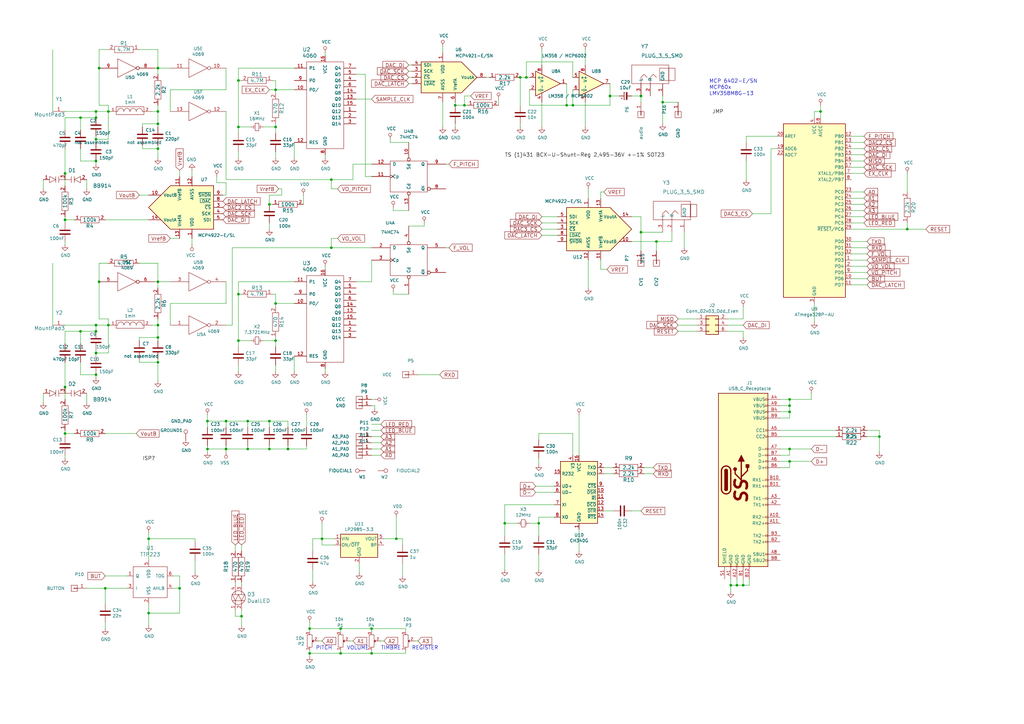
<source format=kicad_sch>
(kicad_sch (version 20211123) (generator eeschema)
  (paper "A3")
  (title_block (title "Open.Theremin.UNO") (date "2016") (rev "V3") (company "GaudiLabs"))
  (junction (at 110.49 172.72))
  (junction (at 234.95 43.18))
  (junction (at 190.5 43.18))
  (junction (at 44.45 133.35))
  (junction (at 232.41 43.18))
  (junction (at 97.79 120.65))
  (junction (at 97.79 33.02))
  (junction (at 26.67 90.17))
  (junction (at 44.45 45.72))
  (junction (at 92.71 172.72))
  (junction (at 39.37 66.04))
  (junction (at 92.71 184.15))
  (junction (at 262.89 39.37))
  (junction (at 40.64 27.94))
  (junction (at 64.77 45.72))
  (junction (at 323.85 163.83))
  (junction (at 64.77 50.8))
  (junction (at 110.49 83.82))
  (junction (at 85.09 184.15))
  (junction (at 162.56 220.98))
  (junction (at 213.36 31.75))
  (junction (at 97.79 52.07))
  (junction (at 215.9 31.75))
  (junction (at 113.03 36.83))
  (junction (at 101.6 172.72))
  (junction (at 40.64 115.57))
  (junction (at 186.69 43.18))
  (junction (at 271.78 41.91))
  (junction (at 152.4 257.81))
  (junction (at 97.79 139.7))
  (junction (at 372.11 93.98))
  (junction (at 139.7 257.81))
  (junction (at 323.85 166.37))
  (junction (at 39.37 57.15))
  (junction (at 64.77 115.57))
  (junction (at 118.11 184.15))
  (junction (at 336.55 45.72))
  (junction (at 64.77 148.59))
  (junction (at 26.67 177.8))
  (junction (at 113.03 52.07))
  (junction (at 127 267.97))
  (junction (at 323.85 168.91))
  (junction (at 85.09 172.72))
  (junction (at 135.89 73.66))
  (junction (at 135.89 101.6))
  (junction (at 73.66 241.3))
  (junction (at 127 257.81))
  (junction (at 299.72 240.03))
  (junction (at 304.8 240.03))
  (junction (at 250.19 39.37))
  (junction (at 323.85 189.23))
  (junction (at 220.98 214.63))
  (junction (at 39.37 48.26))
  (junction (at 113.03 139.7))
  (junction (at 64.77 60.96))
  (junction (at 64.77 133.35))
  (junction (at 64.77 27.94))
  (junction (at 132.08 220.98))
  (junction (at 207.01 214.63))
  (junction (at 101.6 184.15))
  (junction (at 26.67 71.12))
  (junction (at 39.37 144.78))
  (junction (at 39.37 133.35))
  (junction (at 302.26 240.03))
  (junction (at 39.37 153.67))
  (junction (at 60.96 220.98))
  (junction (at 152.4 267.97))
  (junction (at 39.37 45.72))
  (junction (at 262.89 95.25))
  (junction (at 110.49 184.15))
  (junction (at 60.96 251.46))
  (junction (at 64.77 138.43))
  (junction (at 39.37 135.89))
  (junction (at 269.24 99.06))
  (junction (at 99.06 252.73))
  (junction (at 26.67 158.75))
  (junction (at 139.7 267.97))
  (junction (at 33.02 48.26))
  (junction (at 43.18 241.3))
  (junction (at 323.85 184.15))
  (junction (at 360.68 179.07))
  (junction (at 113.03 124.46))
  (junction (at 33.02 135.89))
  (wire (pts (xy 354.33 55.88) (xy 349.25 55.88)))
  (wire (pts (xy 320.04 186.69) (xy 323.85 186.69)))
  (wire (pts (xy 190.5 39.37) (xy 190.5 43.18)))
  (wire (pts (xy 44.45 144.78) (xy 44.45 133.35)))
  (wire (pts (xy 204.47 40.64) (xy 204.47 43.18)))
  (wire (pts (xy 160.02 58.42) (xy 160.02 57.15)))
  (wire (pts (xy 228.6 88.9) (xy 222.25 88.9)))
  (wire (pts (xy 161.29 85.09) (xy 161.29 86.36)))
  (wire (pts (xy 57.15 139.7) (xy 57.15 138.43)))
  (wire (pts (xy 44.45 144.78) (xy 39.37 144.78)))
  (wire (pts (xy 193.04 39.37) (xy 190.5 39.37)))
  (wire (pts (xy 307.34 237.49) (xy 307.34 240.03)))
  (wire (pts (xy 241.3 106.68) (xy 241.3 118.11)))
  (wire (pts (xy 44.45 43.18) (xy 40.64 43.18)))
  (wire (pts (xy 215.9 31.75) (xy 215.9 25.4)))
  (wire (pts (xy 60.96 220.98) (xy 60.96 229.87)))
  (wire (pts (xy 128.27 220.98) (xy 128.27 226.06)))
  (wire (pts (xy 271.78 39.37) (xy 271.78 41.91)))
  (wire (pts (xy 262.89 39.37) (xy 262.89 41.91)))
  (wire (pts (xy 63.5 115.57) (xy 64.77 115.57)))
  (wire (pts (xy 186.69 50.8) (xy 186.69 52.07)))
  (wire (pts (xy 40.64 27.94) (xy 40.64 43.18)))
  (wire (pts (xy 181.61 19.05) (xy 181.61 21.59)))
  (wire (pts (xy 26.67 186.69) (xy 26.67 187.96)))
  (wire (pts (xy 39.37 135.89) (xy 39.37 133.35)))
  (wire (pts (xy 355.6 104.14) (xy 349.25 104.14)))
  (wire (pts (xy 26.67 140.97) (xy 26.67 135.89)))
  (wire (pts (xy 161.29 119.38) (xy 161.29 120.65)))
  (wire (pts (xy 166.37 267.97) (xy 166.37 266.7)))
  (wire (pts (xy 372.11 71.12) (xy 372.11 78.74)))
  (wire (pts (xy 133.35 63.5) (xy 133.35 64.77)))
  (wire (pts (xy 152.4 257.81) (xy 166.37 257.81)))
  (wire (pts (xy 234.95 177.8) (xy 220.98 177.8)))
  (wire (pts (xy 156.21 262.89) (xy 157.48 262.89)))
  (wire (pts (xy 379.73 93.98) (xy 372.11 93.98)))
  (wire (pts (xy 64.77 50.8) (xy 64.77 52.07)))
  (wire (pts (xy 44.45 133.35) (xy 44.45 130.81)))
  (wire (pts (xy 64.77 115.57) (xy 69.85 115.57)))
  (wire (pts (xy 73.66 241.3) (xy 73.66 251.46)))
  (wire (pts (xy 332.74 189.23) (xy 323.85 189.23)))
  (wire (pts (xy 299.72 237.49) (xy 299.72 240.03)))
  (wire (pts (xy 64.77 20.32) (xy 64.77 27.94)))
  (wire (pts (xy 78.74 69.85) (xy 78.74 72.39)))
  (wire (pts (xy 33.02 60.96) (xy 33.02 66.04)))
  (wire (pts (xy 39.37 57.15) (xy 39.37 58.42)))
  (wire (pts (xy 26.67 71.12) (xy 26.67 76.2)))
  (wire (pts (xy 113.03 120.65) (xy 111.76 120.65)))
  (wire (pts (xy 320.04 168.91) (xy 323.85 168.91)))
  (wire (pts (xy 64.77 133.35) (xy 62.23 133.35)))
  (wire (pts (xy 222.25 41.91) (xy 222.25 52.07)))
  (wire (pts (xy 372.11 91.44) (xy 372.11 93.98)))
  (wire (pts (xy 334.01 45.72) (xy 336.55 45.72)))
  (wire (pts (xy 44.45 45.72) (xy 44.45 43.18)))
  (wire (pts (xy 101.6 184.15) (xy 101.6 182.88)))
  (wire (pts (xy 170.18 262.89) (xy 171.45 262.89)))
  (wire (pts (xy 181.61 41.91) (xy 181.61 52.07)))
  (wire (pts (xy 101.6 184.15) (xy 110.49 184.15)))
  (wire (pts (xy 97.79 62.23) (xy 97.79 64.77)))
  (wire (pts (xy 58.42 52.07) (xy 58.42 50.8)))
  (wire (pts (xy 118.11 184.15) (xy 125.73 184.15)))
  (wire (pts (xy 96.52 223.52) (xy 96.52 226.06)))
  (wire (pts (xy 354.33 66.04) (xy 349.25 66.04)))
  (wire (pts (xy 139.7 266.7) (xy 139.7 267.97)))
  (wire (pts (xy 17.78 73.66) (xy 17.78 77.47)))
  (wire (pts (xy 107.95 52.07) (xy 113.03 52.07)))
  (wire (pts (xy 323.85 189.23) (xy 320.04 189.23)))
  (wire (pts (xy 92.71 184.15) (xy 101.6 184.15)))
  (wire (pts (xy 336.55 43.18) (xy 336.55 45.72)))
  (wire (pts (xy 64.77 45.72) (xy 64.77 50.8)))
  (wire (pts (xy 232.41 43.18) (xy 234.95 43.18)))
  (wire (pts (xy 132.08 214.63) (xy 132.08 220.98)))
  (wire (pts (xy 173.99 92.71) (xy 173.99 91.44)))
  (wire (pts (xy 166.37 257.81) (xy 166.37 259.08)))
  (wire (pts (xy 58.42 50.8) (xy 64.77 50.8)))
  (wire (pts (xy 186.69 43.18) (xy 190.5 43.18)))
  (wire (pts (xy 354.33 71.12) (xy 349.25 71.12)))
  (wire (pts (xy 240.03 41.91) (xy 240.03 52.07)))
  (wire (pts (xy 213.36 31.75) (xy 215.9 31.75)))
  (wire (pts (xy 220.98 219.71) (xy 220.98 214.63)))
  (wire (pts (xy 71.12 241.3) (xy 73.66 241.3)))
  (wire (pts (xy 135.89 97.79) (xy 138.43 97.79)))
  (wire (pts (xy 307.34 240.03) (xy 304.8 240.03)))
  (wire (pts (xy 92.71 172.72) (xy 101.6 172.72)))
  (wire (pts (xy 92.71 124.46) (xy 92.71 115.57)))
  (wire (pts (xy 40.64 115.57) (xy 40.64 130.81)))
  (wire (pts (xy 220.98 177.8) (xy 220.98 180.34)))
  (wire (pts (xy 267.97 191.77) (xy 264.16 191.77)))
  (wire (pts (xy 139.7 257.81) (xy 152.4 257.81)))
  (wire (pts (xy 57.15 148.59) (xy 64.77 148.59)))
  (wire (pts (xy 360.68 176.53) (xy 360.68 179.07)))
  (wire (pts (xy 33.02 148.59) (xy 33.02 153.67)))
  (wire (pts (xy 99.06 238.76) (xy 99.06 240.03)))
  (wire (pts (xy 152.4 267.97) (xy 166.37 267.97)))
  (wire (pts (xy 97.79 115.57) (xy 120.65 115.57)))
  (wire (pts (xy 213.36 52.07) (xy 213.36 50.8)))
  (wire (pts (xy 349.25 88.9) (xy 354.33 88.9)))
  (wire (pts (xy 222.25 20.32) (xy 222.25 26.67)))
  (wire (pts (xy 64.77 115.57) (xy 64.77 118.11)))
  (wire (pts (xy 215.9 31.75) (xy 217.17 31.75)))
  (wire (pts (xy 156.21 179.07) (xy 152.4 179.07)))
  (wire (pts (xy 97.79 33.02) (xy 97.79 52.07)))
  (wire (pts (xy 44.45 57.15) (xy 44.45 45.72)))
  (wire (pts (xy 304.8 135.89) (xy 304.8 138.43)))
  (wire (pts (xy 246.38 110.49) (xy 246.38 106.68)))
  (wire (pts (xy 132.08 223.52) (xy 132.08 220.98)))
  (wire (pts (xy 240.03 20.32) (xy 240.03 26.67)))
  (wire (pts (xy 149.86 30.48) (xy 149.86 72.39)))
  (wire (pts (xy 304.8 130.81) (xy 298.45 130.81)))
  (wire (pts (xy 306.07 66.04) (xy 306.07 73.66)))
  (wire (pts (xy 64.77 27.94) (xy 64.77 30.48)))
  (wire (pts (xy 323.85 184.15) (xy 320.04 184.15)))
  (wire (pts (xy 101.6 172.72) (xy 101.6 175.26)))
  (wire (pts (xy 262.89 95.25) (xy 262.89 102.87)))
  (wire (pts (xy 120.65 124.46) (xy 113.03 124.46)))
  (wire (pts (xy 251.46 191.77) (xy 247.65 191.77)))
  (wire (pts (xy 168.91 34.29) (xy 167.64 34.29)))
  (wire (pts (xy 334.01 132.08) (xy 334.01 124.46)))
  (wire (pts (xy 269.24 99.06) (xy 269.24 102.87)))
  (wire (pts (xy 246.38 81.28) (xy 246.38 78.74)))
  (wire (pts (xy 26.67 133.35) (xy 39.37 133.35)))
  (wire (pts (xy 26.67 60.96) (xy 26.67 71.12)))
  (wire (pts (xy 227.33 201.93) (xy 219.71 201.93)))
  (wire (pts (xy 152.4 166.37) (xy 153.67 166.37)))
  (wire (pts (xy 43.18 90.17) (xy 60.96 90.17)))
  (wire (pts (xy 92.71 184.15) (xy 92.71 185.42)))
  (wire (pts (xy 26.67 177.8) (xy 26.67 179.07)))
  (wire (pts (xy 237.49 217.17) (xy 237.49 226.06)))
  (wire (pts (xy 26.67 88.9) (xy 26.67 90.17)))
  (wire (pts (xy 147.32 231.14) (xy 147.32 234.95)))
  (wire (pts (xy 64.77 27.94) (xy 69.85 27.94)))
  (wire (pts (xy 69.85 97.79) (xy 73.66 97.79)))
  (wire (pts (xy 298.45 135.89) (xy 304.8 135.89)))
  (wire (pts (xy 26.67 53.34) (xy 26.67 48.26)))
  (wire (pts (xy 200.66 31.75) (xy 199.39 31.75)))
  (wire (pts (xy 57.15 147.32) (xy 57.15 148.59)))
  (wire (pts (xy 26.67 45.72) (xy 39.37 45.72)))
  (wire (pts (xy 320.04 179.07) (xy 342.9 179.07)))
  (wire (pts (xy 71.12 236.22) (xy 73.66 236.22)))
  (wire (pts (xy 304.8 240.03) (xy 302.26 240.03)))
  (wire (pts (xy 26.67 176.53) (xy 26.67 177.8)))
  (wire (pts (xy 113.03 149.86) (xy 113.03 152.4)))
  (wire (pts (xy 217.17 36.83) (xy 217.17 43.18)))
  (wire (pts (xy 132.08 220.98) (xy 137.16 220.98)))
  (wire (pts (xy 143.51 262.89) (xy 144.78 262.89)))
  (wire (pts (xy 33.02 66.04) (xy 39.37 66.04)))
  (wire (pts (xy 262.89 95.25) (xy 262.89 88.9)))
  (wire (pts (xy 43.18 241.3) (xy 52.07 241.3)))
  (wire (pts (xy 354.33 63.5) (xy 349.25 63.5)))
  (wire (pts (xy 35.56 161.29) (xy 35.56 165.1)))
  (wire (pts (xy 21.59 133.35) (xy 21.59 107.95)))
  (wire (pts (xy 33.02 135.89) (xy 33.02 140.97)))
  (wire (pts (xy 152.4 40.64) (xy 146.05 40.64)))
  (wire (pts (xy 355.6 114.3) (xy 349.25 114.3)))
  (wire (pts (xy 152.4 115.57) (xy 146.05 115.57)))
  (wire (pts (xy 73.66 251.46) (xy 60.96 251.46)))
  (wire (pts (xy 97.79 115.57) (xy 97.79 120.65)))
  (wire (pts (xy 271.78 95.25) (xy 262.89 95.25)))
  (wire (pts (xy 320.04 166.37) (xy 323.85 166.37)))
  (wire (pts (xy 316.23 87.63) (xy 316.23 60.96)))
  (wire (pts (xy 354.33 68.58) (xy 349.25 68.58)))
  (wire (pts (xy 52.07 236.22) (xy 43.18 236.22)))
  (wire (pts (xy 207.01 227.33) (xy 207.01 233.68)))
  (wire (pts (xy 64.77 133.35) (xy 64.77 138.43)))
  (wire (pts (xy 99.06 223.52) (xy 99.06 226.06)))
  (wire (pts (xy 320.04 171.45) (xy 323.85 171.45)))
  (wire (pts (xy 102.87 139.7) (xy 97.79 139.7)))
  (wire (pts (xy 57.15 138.43) (xy 64.77 138.43)))
  (wire (pts (xy 222.25 93.98) (xy 228.6 93.98)))
  (wire (pts (xy 113.03 52.07) (xy 113.03 54.61)))
  (wire (pts (xy 323.85 163.83) (xy 320.04 163.83)))
  (wire (pts (xy 99.06 252.73) (xy 99.06 256.54)))
  (wire (pts (xy 332.74 161.29) (xy 332.74 163.83)))
  (wire (pts (xy 60.96 80.01) (xy 57.15 80.01)))
  (wire (pts (xy 110.49 80.01) (xy 115.57 80.01)))
  (wire (pts (xy 64.77 59.69) (xy 64.77 60.96)))
  (wire (pts (xy 92.71 36.83) (xy 92.71 27.94)))
  (wire (pts (xy 355.6 176.53) (xy 360.68 176.53)))
  (wire (pts (xy 35.56 73.66) (xy 35.56 77.47)))
  (wire (pts (xy 127 267.97) (xy 139.7 267.97)))
  (wire (pts (xy 302.26 240.03) (xy 302.26 237.49)))
  (wire (pts (xy 64.77 60.96) (xy 64.77 64.77)))
  (wire (pts (xy 354.33 60.96) (xy 349.25 60.96)))
  (wire (pts (xy 110.49 93.98) (xy 110.49 91.44)))
  (wire (pts (xy 30.48 177.8) (xy 26.67 177.8)))
  (wire (pts (xy 299.72 240.03) (xy 302.26 240.03)))
  (wire (pts (xy 113.03 138.43) (xy 113.03 139.7)))
  (wire (pts (xy 139.7 267.97) (xy 152.4 267.97)))
  (wire (pts (xy 184.15 67.31) (xy 182.88 67.31)))
  (wire (pts (xy 220.98 214.63) (xy 217.17 214.63)))
  (wire (pts (xy 92.71 182.88) (xy 92.71 184.15)))
  (wire (pts (xy 334.01 48.26) (xy 334.01 45.72)))
  (wire (pts (xy 64.77 45.72) (xy 62.23 45.72)))
  (wire (pts (xy 262.89 209.55) (xy 259.08 209.55)))
  (wire (pts (xy 44.45 130.81) (xy 40.64 130.81)))
  (wire (pts (xy 354.33 78.74) (xy 349.25 78.74)))
  (wire (pts (xy 152.4 257.81) (xy 152.4 259.08)))
  (wire (pts (xy 135.89 101.6) (xy 135.89 97.79)))
  (wire (pts (xy 360.68 179.07) (xy 360.68 185.42)))
  (wire (pts (xy 44.45 57.15) (xy 39.37 57.15)))
  (wire (pts (xy 355.6 179.07) (xy 360.68 179.07)))
  (wire (pts (xy 40.64 107.95) (xy 44.45 107.95)))
  (wire (pts (xy 110.49 172.72) (xy 110.49 175.26)))
  (wire (pts (xy 156.21 173.99) (xy 152.4 173.99)))
  (wire (pts (xy 237.49 170.18) (xy 237.49 186.69)))
  (wire (pts (xy 162.56 220.98) (xy 157.48 220.98)))
  (wire (pts (xy 124.46 80.01) (xy 124.46 83.82)))
  (wire (pts (xy 180.34 153.67) (xy 171.45 153.67)))
  (wire (pts (xy 97.79 120.65) (xy 97.79 139.7)))
  (wire (pts (xy 80.01 229.87) (xy 80.01 234.95)))
  (wire (pts (xy 323.85 166.37) (xy 323.85 163.83)))
  (wire (pts (xy 58.42 60.96) (xy 58.42 59.69)))
  (wire (pts (xy 107.95 139.7) (xy 113.03 139.7)))
  (wire (pts (xy 299.72 240.03) (xy 299.72 242.57)))
  (wire (pts (xy 43.18 241.3) (xy 43.18 247.65)))
  (wire (pts (xy 248.92 110.49) (xy 246.38 110.49)))
  (wire (pts (xy 153.67 166.37) (xy 153.67 167.64)))
  (wire (pts (xy 35.56 241.3) (xy 43.18 241.3)))
  (wire (pts (xy 280.67 95.25) (xy 280.67 101.6)))
  (wire (pts (xy 355.6 111.76) (xy 349.25 111.76)))
  (wire (pts (xy 127 255.27) (xy 127 257.81)))
  (wire (pts (xy 262.89 88.9) (xy 259.08 88.9)))
  (wire (pts (xy 220.98 212.09) (xy 227.33 212.09)))
  (wire (pts (xy 21.59 45.72) (xy 21.59 20.32)))
  (wire (pts (xy 64.77 148.59) (xy 64.77 156.21)))
  (wire (pts (xy 308.61 87.63) (xy 316.23 87.63)))
  (wire (pts (xy 113.03 124.46) (xy 113.03 125.73)))
  (wire (pts (xy 323.85 168.91) (xy 323.85 166.37)))
  (wire (pts (xy 39.37 55.88) (xy 39.37 57.15)))
  (wire (pts (xy 102.87 52.07) (xy 97.79 52.07)))
  (wire (pts (xy 110.49 184.15) (xy 110.49 182.88)))
  (wire (pts (xy 354.33 81.28) (xy 349.25 81.28)))
  (wire (pts (xy 115.57 77.47) (xy 114.3 77.47)))
  (wire (pts (xy 113.03 50.8) (xy 113.03 52.07)))
  (wire (pts (xy 40.64 20.32) (xy 44.45 20.32)))
  (wire (pts (xy 113.03 139.7) (xy 113.03 142.24)))
  (wire (pts (xy 354.33 91.44) (xy 349.25 91.44)))
  (wire (pts (xy 323.85 186.69) (xy 323.85 184.15)))
  (wire (pts (xy 78.74 97.79) (xy 78.74 100.33)))
  (wire (pts (xy 99.06 33.02) (xy 97.79 33.02)))
  (wire (pts (xy 64.77 138.43) (xy 64.77 139.7)))
  (wire (pts (xy 251.46 209.55) (xy 247.65 209.55)))
  (wire (pts (xy 135.89 77.47) (xy 138.43 77.47)))
  (wire (pts (xy 207.01 219.71) (xy 207.01 214.63)))
  (wire (pts (xy 332.74 184.15) (xy 323.85 184.15)))
  (wire (pts (xy 96.52 250.19) (xy 96.52 252.73)))
  (wire (pts (xy 96.52 252.73) (xy 99.06 252.73)))
  (wire (pts (xy 80.01 220.98) (xy 80.01 222.25)))
  (wire (pts (xy 355.6 106.68) (xy 349.25 106.68)))
  (wire (pts (xy 26.67 90.17) (xy 26.67 91.44)))
  (wire (pts (xy 118.11 184.15) (xy 118.11 182.88)))
  (wire (pts (xy 241.3 77.47) (xy 241.3 81.28)))
  (wire (pts (xy 232.41 43.18) (xy 232.41 34.29)))
  (wire (pts (xy 69.85 45.72) (xy 69.85 36.83)))
  (wire (pts (xy 220.98 187.96) (xy 220.98 190.5)))
  (wire (pts (xy 39.37 144.78) (xy 39.37 146.05)))
  (wire (pts (xy 99.06 120.65) (xy 97.79 120.65)))
  (wire (pts (xy 355.6 109.22) (xy 349.25 109.22)))
  (wire (pts (xy 137.16 223.52) (xy 132.08 223.52)))
  (wire (pts (xy 57.15 20.32) (xy 64.77 20.32)))
  (wire (pts (xy 92.71 74.93) (xy 92.71 80.01)))
  (wire (pts (xy 259.08 39.37) (xy 262.89 39.37)))
  (wire (pts (xy 110.49 184.15) (xy 118.11 184.15)))
  (wire (pts (xy 250.19 34.29) (xy 250.19 39.37)))
  (wire (pts (xy 26.67 99.06) (xy 26.67 100.33)))
  (wire (pts (xy 127 266.7) (xy 127 267.97)))
  (wire (pts (xy 26.67 48.26) (xy 33.02 48.26)))
  (wire (pts (xy 156.21 176.53) (xy 152.4 176.53)))
  (wire (pts (xy 152.4 106.68) (xy 152.4 115.57)))
  (wire (pts (xy 139.7 257.81) (xy 139.7 259.08)))
  (wire (pts (xy 304.8 133.35) (xy 298.45 133.35)))
  (wire (pts (xy 85.09 184.15) (xy 85.09 185.42)))
  (wire (pts (xy 110.49 83.82) (xy 110.49 80.01)))
  (wire (pts (xy 120.65 58.42) (xy 120.65 64.77)))
  (wire (pts (xy 60.96 247.65) (xy 60.96 251.46)))
  (wire (pts (xy 167.64 31.75) (xy 168.91 31.75)))
  (wire (pts (xy 110.49 172.72) (xy 118.11 172.72)))
  (wire (pts (xy 69.85 124.46) (xy 92.71 124.46)))
  (wire (pts (xy 39.37 66.04) (xy 39.37 67.31)))
  (wire (pts (xy 125.73 170.18) (xy 125.73 175.26)))
  (wire (pts (xy 215.9 25.4) (xy 234.95 25.4)))
  (wire (pts (xy 85.09 172.72) (xy 92.71 172.72)))
  (wire (pts (xy 99.06 250.19) (xy 99.06 252.73)))
  (wire (pts (xy 278.13 135.89) (xy 285.75 135.89)))
  (wire (pts (xy 167.64 26.67) (xy 168.91 26.67)))
  (wire (pts (xy 113.03 33.02) (xy 111.76 33.02)))
  (wire (pts (xy 323.85 191.77) (xy 320.04 191.77)))
  (wire (pts (xy 128.27 233.68) (xy 128.27 238.76)))
  (wire (pts (xy 43.18 177.8) (xy 55.88 177.8)))
  (wire (pts (xy 135.89 73.66) (xy 135.89 77.47)))
  (wire (pts (xy 234.95 25.4) (xy 234.95 31.75)))
  (wire (pts (xy 85.09 170.18) (xy 85.09 172.72)))
  (wire (pts (xy 152.4 186.69) (xy 156.21 186.69)))
  (wire (pts (xy 207.01 207.01) (xy 207.01 214.63)))
  (wire (pts (xy 318.77 55.88) (xy 306.07 55.88)))
  (wire (pts (xy 217.17 43.18) (xy 232.41 43.18)))
  (wire (pts (xy 39.37 45.72) (xy 44.45 45.72)))
  (wire (pts (xy 96.52 238.76) (xy 96.52 240.03)))
  (wire (pts (xy 168.91 29.21) (xy 167.64 29.21)))
  (wire (pts (xy 186.69 41.91) (xy 186.69 43.18)))
  (wire (pts (xy 39.37 153.67) (xy 39.37 154.94)))
  (wire (pts (xy 33.02 135.89) (xy 39.37 135.89)))
  (wire (pts (xy 207.01 214.63) (xy 212.09 214.63)))
  (wire (pts (xy 17.78 161.29) (xy 17.78 165.1)))
  (wire (pts (xy 88.9 74.93) (xy 92.71 74.93)))
  (wire (pts (xy 64.77 130.81) (xy 64.77 133.35)))
  (wire (pts (xy 167.64 92.71) (xy 173.99 92.71)))
  (wire (pts (xy 111.76 83.82) (xy 110.49 83.82)))
  (wire (pts (xy 220.98 214.63) (xy 220.98 212.09)))
  (wire (pts (xy 64.77 60.96) (xy 58.42 60.96)))
  (wire (pts (xy 40.64 107.95) (xy 40.64 115.57)))
  (wire (pts (xy 26.67 135.89) (xy 33.02 135.89)))
  (wire (pts (xy 153.67 163.83) (xy 152.4 163.83)))
  (wire (pts (xy 372.11 93.98) (xy 349.25 93.98)))
  (wire (pts (xy 60.96 218.44) (xy 60.96 220.98)))
  (wire (pts (xy 97.79 139.7) (xy 97.79 142.24)))
  (wire (pts (xy 39.37 48.26) (xy 39.37 45.72)))
  (wire (pts (xy 26.67 148.59) (xy 26.67 158.75)))
  (wire (pts (xy 85.09 184.15) (xy 92.71 184.15)))
  (wire (pts (xy 57.15 107.95) (xy 64.77 107.95)))
  (wire (pts (xy 88.9 72.39) (xy 88.9 74.93)))
  (wire (pts (xy 275.59 99.06) (xy 275.59 95.25)))
  (wire (pts (xy 251.46 194.31) (xy 247.65 194.31)))
  (wire (pts (xy 30.48 90.17) (xy 26.67 90.17)))
  (wire (pts (xy 33.02 153.67) (xy 39.37 153.67)))
  (wire (pts (xy 354.33 86.36) (xy 349.25 86.36)))
  (wire (pts (xy 152.4 67.31) (xy 144.78 67.31)))
  (wire (pts (xy 184.15 101.6) (xy 182.88 101.6)))
  (wire (pts (xy 92.71 73.66) (xy 92.71 45.72)))
  (wire (pts (xy 152.4 181.61) (xy 156.21 181.61)))
  (wire (pts (xy 323.85 189.23) (xy 323.85 191.77)))
  (wire (pts (xy 95.25 101.6) (xy 135.89 101.6)))
  (wire (pts (xy 278.13 130.81) (xy 285.75 130.81)))
  (wire (pts (xy 165.1 231.14) (xy 165.1 236.22)))
  (wire (pts (xy 316.23 60.96) (xy 318.77 60.96)))
  (wire (pts (xy 220.98 227.33) (xy 220.98 233.68)))
  (wire (pts (xy 125.73 184.15) (xy 125.73 182.88)))
  (wire (pts (xy 64.77 147.32) (xy 64.77 148.59)))
  (wire (pts (xy 132.08 220.98) (xy 128.27 220.98)))
  (wire (pts (xy 133.35 21.59) (xy 133.35 22.86)))
  (wire (pts (xy 40.64 20.32) (xy 40.64 27.94)))
  (wire (pts (xy 146.05 30.48) (xy 149.86 30.48)))
  (wire (pts (xy 162.56 220.98) (xy 165.1 220.98)))
  (wire (pts (xy 113.03 33.02) (xy 113.03 36.83)))
  (wire (pts (xy 133.35 109.22) (xy 133.35 110.49)))
  (wire (pts (xy 95.25 133.35) (xy 95.25 101.6)))
  (wire (pts (xy 92.71 172.72) (xy 92.71 175.26)))
  (wire (pts (xy 113.03 62.23) (xy 113.03 64.77)))
  (wire (pts (xy 73.66 236.22) (xy 73.66 241.3)))
  (wire (pts (xy 250.19 39.37) (xy 250.19 43.18)))
  (wire (pts (xy 355.6 101.6) (xy 349.25 101.6)))
  (wire (pts (xy 135.89 101.6) (xy 152.4 101.6)))
  (wire (pts (xy 39.37 133.35) (xy 44.45 133.35)))
  (wire (pts (xy 167.64 58.42) (xy 160.02 58.42)))
  (wire (pts (xy 69.85 36.83) (xy 92.71 36.83)))
  (wire (pts (xy 39.37 143.51) (xy 39.37 144.78)))
  (wire (pts (xy 219.71 199.39) (xy 227.33 199.39)))
  (wire (pts (xy 190.5 43.18) (xy 191.77 43.18)))
  (wire (pts (xy 101.6 172.72) (xy 110.49 172.72)))
  (wire (pts (xy 269.24 99.06) (xy 275.59 99.06)))
  (wire (pts (xy 342.9 176.53) (xy 320.04 176.53)))
  (wire (pts (xy 304.8 125.73) (xy 304.8 130.81)))
  (wire (pts (xy 97.79 27.94) (xy 97.79 33.02)))
  (wire (pts (xy 336.55 45.72) (xy 336.55 48.26)))
  (wire (pts (xy 26.67 158.75) (xy 26.67 163.83)))
  (wire (pts (xy 97.79 149.86) (xy 97.79 152.4)))
  (wire (pts (xy 161.29 86.36) (xy 167.64 86.36)))
  (wire (pts (xy 222.25 91.44) (xy 228.6 91.44)))
  (wire (pts (xy 355.6 116.84) (xy 349.25 116.84)))
  (wire (pts (xy 127 267.97) (xy 127 269.24)))
  (wire (pts (xy 60.96 251.46) (xy 60.96 256.54)))
  (wire (pts (xy 278.13 41.91) (xy 271.78 41.91)))
  (wire (pts (xy 250.19 39.37) (xy 254 39.37)))
  (wire (pts (xy 130.81 262.89) (xy 132.08 262.89)))
  (wire (pts (xy 349.25 83.82) (xy 354.33 83.82)))
  (wire (pts (xy 33.02 48.26) (xy 33.02 53.34)))
  (wire (pts (xy 60.96 220.98) (xy 80.01 220.98)))
  (wire (pts (xy 69.85 133.35) (xy 69.85 124.46)))
  (wire (pts (xy 92.71 80.01) (xy 91.44 80.01)))
  (wire (pts (xy 115.57 80.01) (xy 115.57 77.47)))
  (wire (pts (xy 33.02 48.26) (xy 39.37 48.26)))
  (wire (pts (xy 259.08 99.06) (xy 269.24 99.06)))
  (wire (pts (xy 127 257.81) (xy 127 259.08)))
  (wire (pts (xy 222.25 96.52) (xy 228.6 96.52)))
  (wire (pts (xy 213.36 31.75) (xy 213.36 43.18)))
  (wire (pts (xy 92.71 133.35) (xy 95.25 133.35)))
  (wire (pts (xy 156.21 184.15) (xy 152.4 184.15)))
  (wire (pts (xy 73.66 69.85) (xy 73.66 72.39)))
  (wire (pts (xy 323.85 171.45) (xy 323.85 168.91)))
  (wire (pts (xy 152.4 72.39) (xy 149.86 72.39)))
  (wire (pts (xy 43.18 257.81) (xy 43.18 255.27)))
  (wire (pts (xy 354.33 58.42) (xy 349.25 58.42)))
  (wire (pts (xy 133.35 151.13) (xy 133.35 152.4)))
  (wire (pts (xy 127 257.81) (xy 139.7 257.81)))
  (wire (pts (xy 278.13 133.35) (xy 285.75 133.35)))
  (wire (pts (xy 332.74 163.83) (xy 323.85 163.83)))
  (wire (pts (xy 355.6 99.06) (xy 349.25 99.06)))
  (wire (pts (xy 97.79 27.94) (xy 120.65 27.94)))
  (wire (pts (xy 120.65 146.05) (xy 120.65 152.4)))
  (wire (pts (xy 118.11 172.72) (xy 118.11 175.26)))
  (wire (pts (xy 85.09 182.88) (xy 85.09 184.15)))
  (wire (pts (xy 271.78 41.91) (xy 271.78 50.8)))
  (wire (pts (xy 113.03 120.65) (xy 113.03 124.46)))
  (wire (pts (xy 304.8 237.49) (xy 304.8 240.03)))
  (wire (pts (xy 63.5 27.94) (xy 64.77 27.94)))
  (wire (pts (xy 120.65 36.83) (xy 113.03 36.83)))
  (wire (pts (xy 85.09 172.72) (xy 85.09 175.26)))
  (wire (pts (xy 64.77 43.18) (xy 64.77 45.72)))
  (wire (pts (xy 227.33 207.01) (xy 207.01 207.01)))
  (wire (pts (xy 234.95 43.18) (xy 234.95 36.83)))
  (wire (pts (xy 64.77 107.95) (xy 64.77 115.57)))
  (wire (pts (xy 144.78 67.31) (xy 144.78 73.66)))
  (wire (pts (xy 234.95 177.8) (xy 234.95 186.69)))
  (wire (pts (xy 152.4 266.7) (xy 152.4 267.97)))
  (wire (pts (xy 246.38 78.74) (xy 247.65 78.74)))
  (wire (pts (xy 144.78 73.66) (xy 135.89 73.66)))
  (wire (pts (xy 165.1 220.98) (xy 165.1 223.52)))
  (wire (pts (xy 113.03 36.83) (xy 110.49 36.83)))
  (wire (pts (xy 135.89 73.66) (xy 92.71 73.66)))
  (wire (pts (xy 113.03 36.83) (xy 113.03 38.1)))
  (wire (pts (xy 161.29 120.65) (xy 167.64 120.65)))
  (wire (pts (xy 162.56 212.09) (xy 162.56 220.98)))
  (wire (pts (xy 234.95 43.18) (xy 250.19 43.18)))
  (wire (pts (xy 264.16 194.31) (xy 267.97 194.31)))
  (wire (pts (xy 97.79 52.07) (xy 97.79 54.61)))
  (wire (pts (xy 306.07 55.88) (xy 306.07 58.42)))
  (text "LMV358M8G-13\n" (at 290.83 39.37 0) (effects (font (size 1.524 1.524)) (justify left bottom)))
  (text "REGISTER" (at 168.91 266.7 0) (effects (font (size 1.524 1.524)) (justify left bottom)))
  (text "TIMBRE" (at 156.21 266.7 0) (effects (font (size 1.524 1.524)) (justify left bottom)))
  (text "MCP 6402-E/SN" (at 290.83 34.29 0) (effects (font (size 1.524 1.524)) (justify left bottom)))
  (text "VOLUME" (at 142.24 266.7 0) (effects (font (size 1.524 1.524)) (justify left bottom)))
  (text "PITCH" (at 129.54 266.7 0) (effects (font (size 1.524 1.524)) (justify left bottom)))
  (text "MCP60x\n" (at 290.83 36.83 0) (effects (font (size 1.524 1.524)) (justify left bottom)))
  (label "ISP?" (at 58.42 189.23 0) (effects (font (size 1.524 1.524))))
  (label "JMP" (at 292.1 46.99 0) (effects (font (size 1.524 1.524))))
  (label "TS (1)431 BCX-U-Shunt-Reg 2,495-36V +-1% SOT23" (at 207.01 64.77 0) (effects (font (size 1.524 1.524))))
  (global_label "A2" (shape input) (at 354.33 83.82 0) (effects (font (size 1.524 1.524))) (property "Reference mezi listy" "${INTERSHEET_REFS}" (effects hide)))
  (global_label "LED_RED" (shape input) (at 354.33 91.44 0) (effects (font (size 1.524 1.524))) (property "Reference mezi listy" "${INTERSHEET_REFS}" (effects hide)))
  (global_label "DAC_LATCH" (shape input) (at 91.44 82.55 0) (effects (font (size 1.524 1.524))) (property "Reference mezi listy" "${INTERSHEET_REFS}" (effects hide)))
  (global_label "DAC_SCK" (shape input) (at 278.13 133.35 180) (effects (font (size 1.524 1.524))) (property "Reference mezi listy" "${INTERSHEET_REFS}" (effects hide)))
  (global_label "VrefB" (shape input) (at 73.66 69.85 90) (effects (font (size 1.524 1.524))) (property "Reference mezi listy" "${INTERSHEET_REFS}" (effects hide)))
  (global_label "DAC_CS" (shape input) (at 354.33 60.96 0) (effects (font (size 1.524 1.524))) (property "Reference mezi listy" "${INTERSHEET_REFS}" (effects hide)))
  (global_label "F_VOL" (shape input) (at 355.6 104.14 0) (effects (font (size 1.524 1.524))) (property "Reference mezi listy" "${INTERSHEET_REFS}" (effects hide)))
  (global_label "RXD" (shape input) (at 355.6 101.6 0) (effects (font (size 1.524 1.524))) (property "Reference mezi listy" "${INTERSHEET_REFS}" (effects hide)))
  (global_label "EX_CLK" (shape input) (at 354.33 71.12 0) (effects (font (size 1.524 1.524))) (property "Reference mezi listy" "${INTERSHEET_REFS}" (effects hide)))
  (global_label "DAC2_CS" (shape input) (at 354.33 58.42 0) (effects (font (size 1.524 1.524))) (property "Reference mezi listy" "${INTERSHEET_REFS}" (effects hide)))
  (global_label "DAC_SCK" (shape input) (at 91.44 87.63 0) (effects (font (size 1.524 1.524))) (property "Reference mezi listy" "${INTERSHEET_REFS}" (effects hide)))
  (global_label "LED_RED" (shape input) (at 156.21 173.99 0) (effects (font (size 1.524 1.524))) (property "Reference mezi listy" "${INTERSHEET_REFS}" (effects hide)))
  (global_label "VoutB" (shape input) (at 55.88 177.8 0) (effects (font (size 1.524 1.524))) (property "Reference mezi listy" "${INTERSHEET_REFS}" (effects hide)))
  (global_label "LED_BLUE" (shape input) (at 156.21 176.53 0) (effects (font (size 1.524 1.524))) (property "Reference mezi listy" "${INTERSHEET_REFS}" (effects hide)))
  (global_label "DAC3_CS" (shape input) (at 308.61 87.63 180) (effects (font (size 1.524 1.524))) (property "Reference mezi listy" "${INTERSHEET_REFS}" (effects hide)))
  (global_label "D-" (shape input) (at 332.74 184.15 0) (effects (font (size 1.524 1.524))) (property "Reference mezi listy" "${INTERSHEET_REFS}" (effects hide)))
  (global_label "VO_VOL" (shape input) (at 138.43 97.79 0) (effects (font (size 1.524 1.524))) (property "Reference mezi listy" "${INTERSHEET_REFS}" (effects hide)))
  (global_label "A2" (shape input) (at 157.48 262.89 0) (effects (font (size 1.524 1.524))) (property "Reference mezi listy" "${INTERSHEET_REFS}" (effects hide)))
  (global_label "DAC_LATCH" (shape input) (at 355.6 116.84 0) (effects (font (size 1.524 1.524))) (property "Reference mezi listy" "${INTERSHEET_REFS}" (effects hide)))
  (global_label "VREF" (shape input) (at 247.65 78.74 0) (effects (font (size 1.524 1.524))) (property "Reference mezi listy" "${INTERSHEET_REFS}" (effects hide)))
  (global_label "DAC_SCK" (shape input) (at 167.64 29.21 180) (effects (font (size 1.524 1.524))) (property "Reference mezi listy" "${INTERSHEET_REFS}" (effects hide)))
  (global_label "DAC_LATCH" (shape input) (at 167.64 34.29 180) (effects (font (size 1.524 1.524))) (property "Reference mezi listy" "${INTERSHEET_REFS}" (effects hide)))
  (global_label "VrefB" (shape input) (at 114.3 77.47 180) (effects (font (size 1.524 1.524))) (property "Reference mezi listy" "${INTERSHEET_REFS}" (effects hide)))
  (global_label "RXD" (shape input) (at 267.97 194.31 0) (effects (font (size 1.524 1.524))) (property "Reference mezi listy" "${INTERSHEET_REFS}" (effects hide)))
  (global_label "DAC_DI" (shape input) (at 354.33 63.5 0) (effects (font (size 1.524 1.524))) (property "Reference mezi listy" "${INTERSHEET_REFS}" (effects hide)))
  (global_label "LED_RED" (shape input) (at 99.06 223.52 90) (effects (font (size 1.524 1.524))) (property "Reference mezi listy" "${INTERSHEET_REFS}" (effects hide)))
  (global_label "MISO" (shape input) (at 278.13 130.81 180) (effects (font (size 1.524 1.524))) (property "Reference mezi listy" "${INTERSHEET_REFS}" (effects hide)))
  (global_label "A0" (shape input) (at 132.08 262.89 0) (effects (font (size 1.524 1.524))) (property "Reference mezi listy" "${INTERSHEET_REFS}" (effects hide)))
  (global_label "VO_PITCH" (shape input) (at 355.6 111.76 0) (effects (font (size 1.524 1.524))) (property "Reference mezi listy" "${INTERSHEET_REFS}" (effects hide)))
  (global_label "RXD" (shape input) (at 180.34 153.67 0) (effects (font (size 1.524 1.524))) (property "Reference mezi listy" "${INTERSHEET_REFS}" (effects hide)))
  (global_label "A1" (shape input) (at 156.21 184.15 0) (effects (font (size 1.524 1.524))) (property "Reference mezi listy" "${INTERSHEET_REFS}" (effects hide)))
  (global_label "DAC_DI" (shape input) (at 91.44 90.17 0) (effects (font (size 1.524 1.524))) (property "Reference mezi listy" "${INTERSHEET_REFS}" (effects hide)))
  (global_label "TXD" (shape input) (at 267.97 191.77 0) (effects (font (size 1.524 1.524))) (property "Reference mezi listy" "${INTERSHEET_REFS}" (effects hide)))
  (global_label "D+" (shape input) (at 219.71 199.39 180) (effects (font (size 1.524 1.524))) (property "Reference mezi listy" "${INTERSHEET_REFS}" (effects hide)))
  (global_label "VO_PITCH" (shape input) (at 138.43 77.47 0) (effects (font (size 1.524 1.524))) (property "Reference mezi listy" "${INTERSHEET_REFS}" (effects hide)))
  (global_label "RESET" (shape input) (at 278.13 135.89 180) (effects (font (size 1.524 1.524))) (property "Reference mezi listy" "${INTERSHEET_REFS}" (effects hide)))
  (global_label "D-" (shape input) (at 219.71 201.93 180) (effects (font (size 1.524 1.524))) (property "Reference mezi listy" "${INTERSHEET_REFS}" (effects hide)))
  (global_label "EX_CLK" (shape input) (at 110.49 36.83 180) (effects (font (size 1.524 1.524))) (property "Reference mezi listy" "${INTERSHEET_REFS}" (effects hide)))
  (global_label "A1" (shape input) (at 144.78 262.89 0) (effects (font (size 1.524 1.524))) (property "Reference mezi listy" "${INTERSHEET_REFS}" (effects hide)))
  (global_label "DAC_DI" (shape input) (at 167.64 26.67 180) (effects (font (size 1.524 1.524))) (property "Reference mezi listy" "${INTERSHEET_REFS}" (effects hide)))
  (global_label "DAC3_CS" (shape input) (at 222.25 93.98 180) (effects (font (size 1.524 1.524))) (property "Reference mezi listy" "${INTERSHEET_REFS}" (effects hide)))
  (global_label "VREF" (shape input) (at 193.04 39.37 0) (effects (font (size 1.524 1.524))) (property "Reference mezi listy" "${INTERSHEET_REFS}" (effects hide)))
  (global_label "F_PITCH" (shape input) (at 354.33 55.88 0) (effects (font (size 1.524 1.524))) (property "Reference mezi listy" "${INTERSHEET_REFS}" (effects hide)))
  (global_label "A0" (shape input) (at 156.21 186.69 0) (effects (font (size 1.524 1.524))) (property "Reference mezi listy" "${INTERSHEET_REFS}" (effects hide)))
  (global_label "SAMPLE_CLK" (shape input) (at 355.6 106.68 0) (effects (font (size 1.524 1.524))) (property "Reference mezi listy" "${INTERSHEET_REFS}" (effects hide)))
  (global_label "TXD" (shape input) (at 355.6 99.06 0) (effects (font (size 1.524 1.524))) (property "Reference mezi listy" "${INTERSHEET_REFS}" (effects hide)))
  (global_label "VoutB" (shape input) (at 57.15 80.01 180) (effects (font (size 1.524 1.524))) (property "Reference mezi listy" "${INTERSHEET_REFS}" (effects hide)))
  (global_label "BUT" (shape input) (at 43.18 236.22 180) (effects (font (size 1.524 1.524))) (property "Reference mezi listy" "${INTERSHEET_REFS}" (effects hide)))
  (global_label "DAC_DI" (shape input) (at 222.25 88.9 180) (effects (font (size 1.524 1.524))) (property "Reference mezi listy" "${INTERSHEET_REFS}" (effects hide)))
  (global_label "A3" (shape input) (at 171.45 262.89 0) (effects (font (size 1.524 1.524))) (property "Reference mezi listy" "${INTERSHEET_REFS}" (effects hide)))
  (global_label "BUT" (shape input) (at 355.6 114.3 0) (effects (font (size 1.524 1.524))) (property "Reference mezi listy" "${INTERSHEET_REFS}" (effects hide)))
  (global_label "DAC_DI" (shape input) (at 304.8 133.35 0) (effects (font (size 1.524 1.524))) (property "Reference mezi listy" "${INTERSHEET_REFS}" (effects hide)))
  (global_label "DAC_SCK" (shape input) (at 354.33 68.58 0) (effects (font (size 1.524 1.524))) (property "Reference mezi listy" "${INTERSHEET_REFS}" (effects hide)))
  (global_label "DAC_SCK" (shape input) (at 222.25 91.44 180) (effects (font (size 1.524 1.524))) (property "Reference mezi listy" "${INTERSHEET_REFS}" (effects hide)))
  (global_label "A3" (shape input) (at 156.21 179.07 0) (effects (font (size 1.524 1.524))) (property "Reference mezi listy" "${INTERSHEET_REFS}" (effects hide)))
  (global_label "LED_BLUE" (shape input) (at 96.52 223.52 90) (effects (font (size 1.524 1.524))) (property "Reference mezi listy" "${INTERSHEET_REFS}" (effects hide)))
  (global_label "DAC_LATCH" (shape input) (at 222.25 96.52 180) (effects (font (size 1.524 1.524))) (property "Reference mezi listy" "${INTERSHEET_REFS}" (effects hide)))
  (global_label "LED_BLUE" (shape input) (at 354.33 88.9 0) (effects (font (size 1.524 1.524))) (property "Reference mezi listy" "${INTERSHEET_REFS}" (effects hide)))
  (global_label "VrefB" (shape input) (at 69.85 97.79 180) (effects (font (size 1.524 1.524))) (property "Reference mezi listy" "${INTERSHEET_REFS}" (effects hide)))
  (global_label "F_VOL" (shape input) (at 184.15 101.6 0) (effects (font (size 1.524 1.524))) (property "Reference mezi listy" "${INTERSHEET_REFS}" (effects hide)))
  (global_label "D+" (shape input) (at 332.74 189.23 0) (effects (font (size 1.524 1.524))) (property "Reference mezi listy" "${INTERSHEET_REFS}" (effects hide)))
  (global_label "RESET" (shape input) (at 262.89 209.55 0) (effects (font (size 1.524 1.524))) (property "Reference mezi listy" "${INTERSHEET_REFS}" (effects hide)))
  (global_label "A2" (shape input) (at 156.21 181.61 0) (effects (font (size 1.524 1.524))) (property "Reference mezi listy" "${INTERSHEET_REFS}" (effects hide)))
  (global_label "DAC_CS" (shape input) (at 167.64 31.75 180) (effects (font (size 1.524 1.524))) (property "Reference mezi listy" "${INTERSHEET_REFS}" (effects hide)))
  (global_label "VO_VOL" (shape input) (at 355.6 109.22 0) (effects (font (size 1.524 1.524))) (property "Reference mezi listy" "${INTERSHEET_REFS}" (effects hide)))
  (global_label "MISO" (shape input) (at 354.33 66.04 0) (effects (font (size 1.524 1.524))) (property "Reference mezi listy" "${INTERSHEET_REFS}" (effects hide)))
  (global_label "RESET" (shape input) (at 379.73 93.98 0) (effects (font (size 1.524 1.524))) (property "Reference mezi listy" "${INTERSHEET_REFS}" (effects hide)))
  (global_label "A3" (shape input) (at 354.33 86.36 0) (effects (font (size 1.524 1.524))) (property "Reference mezi listy" "${INTERSHEET_REFS}" (effects hide)))
  (global_label "SAMPLE_CLK" (shape input) (at 152.4 40.64 0) (effects (font (size 1.524 1.524))) (property "Reference mezi listy" "${INTERSHEET_REFS}" (effects hide)))
  (global_label "A0" (shape input) (at 354.33 78.74 0) (effects (font (size 1.524 1.524))) (property "Reference mezi listy" "${INTERSHEET_REFS}" (effects hide)))
  (global_label "VREF" (shape input) (at 248.92 110.49 0) (effects (font (size 1.524 1.524))) (property "Reference mezi listy" "${INTERSHEET_REFS}" (effects hide)))
  (global_label "A1" (shape input) (at 354.33 81.28 0) (effects (font (size 1.524 1.524))) (property "Reference mezi listy" "${INTERSHEET_REFS}" (effects hide)))
  (global_label "DAC2_CS" (shape input) (at 91.44 85.09 0) (effects (font (size 1.524 1.524))) (property "Reference mezi listy" "${INTERSHEET_REFS}" (effects hide)))
  (global_label "F_PITCH" (shape input) (at 184.15 67.31 0) (effects (font (size 1.524 1.524))) (property "Reference mezi listy" "${INTERSHEET_REFS}" (effects hide)))
  (symbol (lib_id "OpenThereminV4-rescue:POT") (at 127 262.89 270) (mirror x) (unit 1)
    (property "Reference" "P2" (at 124.8918 264.0584 90) (effects (justify right)))
    (property "Value" "10k" (at 124.8918 261.747 90) (effects (justify right)))
    (property "Footprint" "GaudiLabsFootPrints:PS15NV60" (effects hide))
  )
  (symbol (lib_id "OpenThereminV4-rescue:POT") (at 139.7 262.89 270) (mirror x) (unit 1)
    (property "Reference" "P1" (at 140.97 256.54 90) (effects (justify right)))
    (property "Value" "10k" (at 140.97 254 90) (effects (justify right)))
    (property "Footprint" "GaudiLabsFootPrints:PS15NV60" (effects hide))
  )
  (symbol (lib_id "OpenThereminV4-rescue:POT") (at 166.37 262.89 270) (mirror x) (unit 1)
    (property "Reference" "P3" (at 168.91 256.54 90) (effects (justify right)))
    (property "Value" "10k" (at 168.91 254 90) (effects (justify right)))
    (property "Footprint" "GaudiLabsFootPrints:PS15NV60" (effects hide))
  )
  (symbol (lib_id "OpenThereminV4-rescue:POT") (at 152.4 262.89 270) (mirror x) (unit 1)
    (property "Reference" "P4" (at 153.67 256.54 90) (effects (justify right)))
    (property "Value" "10k" (at 153.67 254 90) (effects (justify right)))
    (property "Footprint" "GaudiLabsFootPrints:PS15NV60" (effects hide))
  )
  (symbol (lib_id "OpenThereminV4-rescue:MCP4921-E_SN") (at 184.15 31.75 0) (unit 1)
    (property "Reference" "U6" (at 186.69 20.32 0) (effects (justify left)))
    (property "Value" "MCP4921-E/SN" (at 186.69 22.86 0) (effects (justify left)))
    (property "Footprint" "Package_SO:SOIC-8_3.9x4.9mm_P1.27mm" (effects hide))
  )
  (symbol (lib_id "OpenThereminV4-rescue:MCP4922-E_SL") (at 76.2 85.09 180) (unit 1)
    (property "Reference" "U7" (at 85.09 73.66 0) (effects (justify left)))
    (property "Value" "MCP4922-E/SL" (at 96.52 96.52 0) (effects (justify left)))
    (property "Footprint" "Package_SO:SOIC-14_3.9x8.7mm_P1.27mm" (effects hide))
  )
  (symbol (lib_id "OpenThereminV4-rescue:4069") (at 81.28 133.35 0) (unit 1)
    (property "Reference" "U5" (at 82.55 137.16 0))
    (property "Value" "4069" (at 87.63 135.89 0))
    (property "Footprint" "Package_SO:SOIC-14_3.9x8.7mm_P1.27mm" (effects hide))
  )
  (symbol (lib_id "OpenThereminV4-rescue:4069") (at 81.28 115.57 0) (unit 2)
    (property "Reference" "U5" (at 81.28 107.569 0))
    (property "Value" "4069" (at 81.28 109.8804 0))
    (property "Footprint" "Package_SO:SOIC-14_3.9x8.7mm_P1.27mm" (effects hide))
  )
  (symbol (lib_id "OpenThereminV4-rescue:4069") (at 52.07 115.57 0) (unit 3)
    (property "Reference" "U5" (at 52.07 107.569 0))
    (property "Value" "4069" (at 52.07 109.8804 0))
    (property "Footprint" "Package_SO:SOIC-14_3.9x8.7mm_P1.27mm" (effects hide))
  )
  (symbol (lib_id "OpenThereminV4-rescue:74HC74") (at 167.64 106.68 0) (unit 1)
    (property "Reference" "U4" (at 160.02 91.44 0))
    (property "Value" "74HC74" (at 160.02 95.25 0))
    (property "Footprint" "Package_SO:SOIC-14_3.9x8.7mm_P1.27mm" (effects hide))
  )
  (symbol (lib_id "OpenThereminV4-rescue:74HC74") (at 167.64 72.39 0) (unit 2)
    (property "Reference" "U4" (at 167.64 53.8988 0))
    (property "Value" "74HC74" (at 167.64 56.2102 0))
    (property "Footprint" "Package_SO:SOIC-14_3.9x8.7mm_P1.27mm" (effects hide))
  )
  (symbol (lib_id "OpenThereminV4-rescue:PLUG_3_5_SMD") (at 265.43 30.48 0) (unit 1)
    (property "Reference" "Y7" (at 262.89 19.05 0) (effects (font (size 1.524 1.524)) (justify left)))
    (property "Value" "PLUG_3_5_SMD" (at 262.89 22.86 0) (effects (font (size 1.524 1.524)) (justify left)))
    (property "Footprint" "GaudiLabsFootPrints:SJ-3502-SMT-TR" (effects hide))
  )
  (symbol (lib_id "OpenThereminV4-rescue:MountPad3") (at 21.59 45.72 180) (unit 1)
    (property "Reference" "Y1" (at 24.2824 40.64 0) (effects (font (size 1.524 1.524))))
    (property "Value" "MountPad3" (at 20.32 46.99 0) (effects (font (size 1.524 1.524))))
    (property "Footprint" "GaudiLabsFootPrints:AntennaMountHole" (effects hide))
  )
  (symbol (lib_id "OpenThereminV4-rescue:FILTER") (at 53.34 45.72 0) (unit 1)
    (property "Reference" "L1" (at 53.34 39.624 0))
    (property "Value" "1mH" (at 53.34 41.9354 0))
    (property "Footprint" "Inductor_SMD:L_1008_2520Metric" (effects hide))
  )
  (symbol (lib_id "OpenThereminV4-rescue:Crystal_Small") (at 105.41 52.07 0) (unit 1)
    (property "Reference" "X1" (at 105.41 46.355 0))
    (property "Value" "16MHz" (at 105.41 48.6664 0))
    (property "Footprint" "Crystal:Crystal_SMD_HC49-SD" (effects hide))
  )
  (symbol (lib_id "OpenThereminV4-rescue:C") (at 39.37 62.23 0) (unit 1)
    (property "Reference" "C3" (at 43.18 62.23 0) (effects (justify left)))
    (property "Value" "150pF" (at 40.64 64.77 0) (effects (justify left)))
    (property "Footprint" "Capacitor_SMD:C_0603_1608Metric" (effects hide))
  )
  (symbol (lib_id "OpenThereminV4-rescue:RES") (at 50.8 20.32 0) (unit 1)
    (property "Reference" "R1" (at 50.8 17.78 0) (effects (font (size 1.524 1.524))))
    (property "Value" "4.7M" (at 50.8 20.32 0) (effects (font (size 1.524 1.524))))
    (property "Footprint" "Resistor_SMD:R_0603_1608Metric" (effects hide))
  )
  (symbol (lib_id "OpenThereminV4-rescue:C") (at 39.37 52.07 0) (unit 1)
    (property "Reference" "C2" (at 36.83 49.53 0) (effects (justify left)))
    (property "Value" "150pF" (at 39.37 54.61 0) (effects (justify left)))
    (property "Footprint" "Capacitor_SMD:C_0603_1608Metric" (effects hide))
  )
  (symbol (lib_id "OpenThereminV4-rescue:RES") (at 64.77 36.83 270) (unit 1)
    (property "Reference" "R2" (at 67.31 36.83 0) (effects (font (size 1.524 1.524))))
    (property "Value" "2.2k" (at 64.77 36.83 0) (effects (font (size 1.524 1.524))))
    (property "Footprint" "Resistor_SMD:R_0603_1608Metric" (effects hide))
  )
  (symbol (lib_id "OpenThereminV4-rescue:C") (at 64.77 55.88 0) (unit 1)
    (property "Reference" "C1" (at 67.691 54.7116 0) (effects (justify left)))
    (property "Value" "220pF" (at 67.691 57.023 0) (effects (justify left)))
    (property "Footprint" "Capacitor_SMD:C_0603_1608Metric" (effects hide))
  )
  (symbol (lib_id "OpenThereminV4-rescue:GND") (at 39.37 67.31 0) (unit 1)
    (property "Reference" "#PWR07" (effects hide))
    (property "Value" "GND" (at 39.5732 71.7042 0))
  )
  (symbol (lib_id "OpenThereminV4-rescue:GND") (at 64.77 64.77 0) (unit 1)
    (property "Reference" "#PWR09" (effects hide))
    (property "Value" "GND" (at 64.9732 69.1642 0))
  )
  (symbol (lib_id "OpenThereminV4-rescue:4060") (at 133.35 39.37 0) (unit 1)
    (property "Reference" "U2" (at 125.73 20.32 0) (effects (font (size 1.524 1.524))))
    (property "Value" "4060" (at 127 22.86 0) (effects (font (size 1.524 1.524))))
    (property "Footprint" "Package_SO:SOIC-16_3.9x9.9mm_P1.27mm" (effects hide))
  )
  (symbol (lib_id "OpenThereminV4-rescue:RES") (at 105.41 33.02 0) (unit 1)
    (property "Reference" "R11" (at 105.41 30.48 0) (effects (font (size 1.524 1.524))))
    (property "Value" "4.7M" (at 105.41 33.02 0) (effects (font (size 1.524 1.524))))
    (property "Footprint" "Resistor_SMD:R_0603_1608Metric" (effects hide))
  )
  (symbol (lib_id "OpenThereminV4-rescue:C") (at 113.03 58.42 0) (unit 1)
    (property "Reference" "C16" (at 115.951 57.2516 0) (effects (justify left)))
    (property "Value" "33pF" (at 115.951 59.563 0) (effects (justify left)))
    (property "Footprint" "Capacitor_SMD:C_0603_1608Metric" (effects hide))
  )
  (symbol (lib_id "OpenThereminV4-rescue:C") (at 97.79 58.42 0) (unit 1)
    (property "Reference" "C15" (at 100.711 57.2516 0) (effects (justify left)))
    (property "Value" "33pF" (at 100.711 59.563 0) (effects (justify left)))
    (property "Footprint" "Capacitor_SMD:C_0603_1608Metric" (effects hide))
  )
  (symbol (lib_id "OpenThereminV4-rescue:RES") (at 113.03 44.45 270) (unit 1)
    (property "Reference" "R12" (at 115.57 44.45 0) (effects (font (size 1.524 1.524))))
    (property "Value" "470" (at 113.03 44.45 0) (effects (font (size 1.524 1.524))))
    (property "Footprint" "Resistor_SMD:R_0603_1608Metric" (effects hide))
  )
  (symbol (lib_id "OpenThereminV4-rescue:GND") (at 97.79 64.77 0) (unit 1)
    (property "Reference" "#PWR018" (effects hide))
    (property "Value" "GND" (at 97.9932 69.1642 0))
  )
  (symbol (lib_id "OpenThereminV4-rescue:GND") (at 113.03 64.77 0) (unit 1)
    (property "Reference" "#PWR021" (effects hide))
    (property "Value" "GND" (at 113.2332 69.1642 0))
  )
  (symbol (lib_id "OpenThereminV4-rescue:GND") (at 120.65 64.77 0) (unit 1)
    (property "Reference" "#PWR023" (effects hide))
    (property "Value" "GND" (at 120.8532 69.1642 0))
  )
  (symbol (lib_id "OpenThereminV4-rescue:GND") (at 133.35 64.77 0) (unit 1)
    (property "Reference" "#PWR028" (effects hide))
    (property "Value" "GND" (at 133.5532 69.1642 0))
  )
  (symbol (lib_id "OpenThereminV4-rescue:Crystal_Small") (at 105.41 139.7 0) (unit 1)
    (property "Reference" "X2" (at 105.41 133.985 0))
    (property "Value" "7.3721MHz" (at 105.41 136.2964 0))
    (property "Footprint" "Crystal:Crystal_SMD_HC49-SD" (effects hide))
  )
  (symbol (lib_id "OpenThereminV4-rescue:VCC") (at 133.35 109.22 0) (unit 1)
    (property "Reference" "#PWR029" (effects hide))
    (property "Value" "VCC" (at 133.858 104.8258 0))
  )
  (symbol (lib_id "OpenThereminV4-rescue:4060") (at 133.35 127 0) (unit 1)
    (property "Reference" "U3" (at 125.73 107.95 0) (effects (font (size 1.524 1.524))))
    (property "Value" "4060" (at 127 110.49 0) (effects (font (size 1.524 1.524))))
    (property "Footprint" "Package_SO:SOIC-16_3.9x9.9mm_P1.27mm" (effects hide))
  )
  (symbol (lib_id "OpenThereminV4-rescue:RES") (at 105.41 120.65 0) (unit 1)
    (property "Reference" "R13" (at 105.41 118.11 0) (effects (font (size 1.524 1.524))))
    (property "Value" "4.7M" (at 105.41 120.65 0) (effects (font (size 1.524 1.524))))
    (property "Footprint" "Resistor_SMD:R_0603_1608Metric" (effects hide))
  )
  (symbol (lib_id "OpenThereminV4-rescue:C") (at 113.03 146.05 0) (unit 1)
    (property "Reference" "C18" (at 115.951 144.8816 0) (effects (justify left)))
    (property "Value" "33pF" (at 115.951 147.193 0) (effects (justify left)))
    (property "Footprint" "Capacitor_SMD:C_0603_1608Metric" (effects hide))
  )
  (symbol (lib_id "OpenThereminV4-rescue:C") (at 97.79 146.05 0) (unit 1)
    (property "Reference" "C17" (at 100.711 144.8816 0) (effects (justify left)))
    (property "Value" "33pF" (at 100.711 147.193 0) (effects (justify left)))
    (property "Footprint" "Capacitor_SMD:C_0603_1608Metric" (effects hide))
  )
  (symbol (lib_id "OpenThereminV4-rescue:RES") (at 113.03 132.08 270) (unit 1)
    (property "Reference" "R14" (at 115.57 132.08 0) (effects (font (size 1.524 1.524))))
    (property "Value" "470" (at 113.03 132.08 0) (effects (font (size 1.524 1.524))))
    (property "Footprint" "Resistor_SMD:R_0603_1608Metric" (effects hide))
  )
  (symbol (lib_id "OpenThereminV4-rescue:GND") (at 97.79 152.4 0) (unit 1)
    (property "Reference" "#PWR019" (effects hide))
    (property "Value" "GND" (at 97.9932 156.7942 0))
  )
  (symbol (lib_id "OpenThereminV4-rescue:GND") (at 113.03 152.4 0) (unit 1)
    (property "Reference" "#PWR022" (effects hide))
    (property "Value" "GND" (at 113.2332 156.7942 0))
  )
  (symbol (lib_id "OpenThereminV4-rescue:GND") (at 120.65 152.4 0) (unit 1)
    (property "Reference" "#PWR024" (effects hide))
    (property "Value" "GND" (at 120.8532 156.7942 0))
  )
  (symbol (lib_id "OpenThereminV4-rescue:GND") (at 133.35 152.4 0) (unit 1)
    (property "Reference" "#PWR030" (effects hide))
    (property "Value" "GND" (at 133.5532 156.7942 0))
  )
  (symbol (lib_id "OpenThereminV4-rescue:VCC") (at 133.35 21.59 0) (unit 1)
    (property "Reference" "#PWR027" (effects hide))
    (property "Value" "VCC" (at 133.858 17.1958 0))
  )
  (symbol (lib_id "OpenThereminV4-rescue:C") (at 33.02 57.15 0) (unit 1)
    (property "Reference" "C4" (at 30.48 54.61 0) (effects (justify left)))
    (property "Value" "not assembled" (at 30.48 58.42 0) (effects (justify left)))
    (property "Footprint" "Capacitor_SMD:C_0603_1608Metric" (effects hide))
  )
  (symbol (lib_id "OpenThereminV4-rescue:C") (at 26.67 57.15 0) (unit 1)
    (property "Reference" "C5" (at 24.13 54.61 0) (effects (justify left)))
    (property "Value" "470pF" (at 21.59 59.69 0) (effects (justify left)))
    (property "Footprint" "Capacitor_SMD:C_0603_1608Metric" (effects hide))
  )
  (symbol (lib_id "OpenThereminV4-rescue:VCC") (at 78.74 100.33 180) (unit 1)
    (property "Reference" "#PWR013" (effects hide))
    (property "Value" "VCC" (at 78.232 104.7242 0))
  )
  (symbol (lib_id "OpenThereminV4-rescue:CapDiode") (at 26.67 73.66 0) (unit 1)
    (property "Reference" "D1" (at 27.94 69.85 0) (effects (font (size 1.524 1.524)) (justify left)))
    (property "Value" "BB914" (at 38.1 76.2 0) (effects (font (size 1.524 1.524)) (justify left)))
    (property "Footprint" "TO_SOT_Packages_SMD:SOT-23" (effects hide))
  )
  (symbol (lib_id "OpenThereminV4-rescue:GND") (at 78.74 69.85 180) (unit 1)
    (property "Reference" "#PWR012" (effects hide))
    (property "Value" "GND" (at 78.5368 65.4558 0))
  )
  (symbol (lib_id "OpenThereminV4-rescue:GND") (at 35.56 77.47 0) (unit 1)
    (property "Reference" "#PWR05" (effects hide))
    (property "Value" "GND" (at 35.7632 81.8642 0))
  )
  (symbol (lib_id "OpenThereminV4-rescue:GND") (at 17.78 77.47 0) (unit 1)
    (property "Reference" "#PWR01" (effects hide))
    (property "Value" "GND" (at 17.9832 81.8642 0))
  )
  (symbol (lib_id "OpenThereminV4-rescue:RES") (at 26.67 82.55 270) (unit 1)
    (property "Reference" "R3" (at 29.21 82.55 0) (effects (font (size 1.524 1.524))))
    (property "Value" "100k" (at 26.67 82.55 0) (effects (font (size 1.524 1.524))))
    (property "Footprint" "Resistor_SMD:R_0603_1608Metric" (effects hide))
  )
  (symbol (lib_id "OpenThereminV4-rescue:C") (at 26.67 95.25 0) (unit 1)
    (property "Reference" "C6" (at 21.59 92.71 0) (effects (justify left)))
    (property "Value" "100nF" (at 20.32 97.79 0) (effects (justify left)))
    (property "Footprint" "Capacitor_SMD:C_0603_1608Metric" (effects hide))
  )
  (symbol (lib_id "OpenThereminV4-rescue:RES") (at 36.83 90.17 180) (unit 1)
    (property "Reference" "R4" (at 36.83 92.71 0) (effects (font (size 1.524 1.524))))
    (property "Value" "100k" (at 36.83 90.17 0) (effects (font (size 1.524 1.524))))
    (property "Footprint" "Resistor_SMD:R_0603_1608Metric" (effects hide))
  )
  (symbol (lib_id "OpenThereminV4-rescue:GND") (at 26.67 100.33 0) (unit 1)
    (property "Reference" "#PWR03" (effects hide))
    (property "Value" "GND" (at 26.8732 104.7242 0))
  )
  (symbol (lib_id "OpenThereminV4-rescue:4069") (at 81.28 27.94 0) (unit 5)
    (property "Reference" "U5" (at 81.28 19.939 0))
    (property "Value" "4069" (at 81.28 22.2504 0))
    (property "Footprint" "Package_SO:SOIC-14_3.9x8.7mm_P1.27mm" (effects hide))
  )
  (symbol (lib_id "OpenThereminV4-rescue:4069") (at 81.28 45.72 0) (unit 6)
    (property "Reference" "U5" (at 81.28 37.719 0))
    (property "Value" "4069" (at 81.28 40.0304 0))
    (property "Footprint" "Package_SO:SOIC-14_3.9x8.7mm_P1.27mm" (effects hide))
  )
  (symbol (lib_id "OpenThereminV4-rescue:MountPad3") (at 21.59 133.35 180) (unit 1)
    (property "Reference" "Y2" (at 24.2824 128.27 0) (effects (font (size 1.524 1.524))))
    (property "Value" "MountPad3" (at 20.32 134.62 0) (effects (font (size 1.524 1.524))))
    (property "Footprint" "GaudiLabsFootPrints:AntennaMountHole" (effects hide))
  )
  (symbol (lib_id "OpenThereminV4-rescue:FILTER") (at 53.34 133.35 0) (unit 1)
    (property "Reference" "L2" (at 53.34 127.254 0))
    (property "Value" "1mH" (at 53.34 129.5654 0))
    (property "Footprint" "GaudiLabsFootPrints:COIL" (effects hide))
  )
  (symbol (lib_id "OpenThereminV4-rescue:RES") (at 50.8 107.95 0) (unit 1)
    (property "Reference" "R5" (at 50.8 105.41 0) (effects (font (size 1.524 1.524))))
    (property "Value" "4.7M" (at 50.8 107.95 0) (effects (font (size 1.524 1.524))))
    (property "Footprint" "Resistor_SMD:R_0603_1608Metric" (effects hide))
  )
  (symbol (lib_id "OpenThereminV4-rescue:C") (at 64.77 143.51 0) (unit 1)
    (property "Reference" "C8" (at 67.691 142.3416 0) (effects (justify left)))
    (property "Value" "330pF" (at 67.691 144.653 0) (effects (justify left)))
    (property "Footprint" "Capacitor_SMD:C_0603_1608Metric" (effects hide))
  )
  (symbol (lib_id "OpenThereminV4-rescue:GND") (at 39.37 154.94 0) (unit 1)
    (property "Reference" "#PWR08" (effects hide))
    (property "Value" "GND" (at 39.5732 159.3342 0))
  )
  (symbol (lib_id "OpenThereminV4-rescue:GND") (at 64.77 156.21 0) (unit 1)
    (property "Reference" "#PWR010" (effects hide))
    (property "Value" "GND" (at 64.9732 160.6042 0))
  )
  (symbol (lib_id "OpenThereminV4-rescue:C") (at 39.37 149.86 0) (unit 1)
    (property "Reference" "C10" (at 36.83 147.32 0) (effects (justify left)))
    (property "Value" "150pF" (at 40.64 152.4 0) (effects (justify left)))
    (property "Footprint" "Capacitor_SMD:C_0603_1608Metric" (effects hide))
  )
  (symbol (lib_id "OpenThereminV4-rescue:4069") (at 52.07 27.94 0) (unit 4)
    (property "Reference" "U5" (at 53.34 31.75 0))
    (property "Value" "4069" (at 58.42 30.48 0))
    (property "Footprint" "Package_SO:SOIC-14_3.9x8.7mm_P1.27mm" (effects hide))
  )
  (symbol (lib_id "OpenThereminV4-rescue:RES") (at 64.77 124.46 270) (unit 1)
    (property "Reference" "R6" (at 67.31 124.46 0) (effects (font (size 1.524 1.524))))
    (property "Value" "2.2k" (at 64.77 124.46 0) (effects (font (size 1.524 1.524))))
    (property "Footprint" "Resistor_SMD:R_0603_1608Metric" (effects hide))
  )
  (symbol (lib_id "OpenThereminV4-rescue:C") (at 39.37 139.7 0) (unit 1)
    (property "Reference" "C9" (at 36.83 137.16 0) (effects (justify left)))
    (property "Value" "150pF" (at 39.37 142.24 0) (effects (justify left)))
    (property "Footprint" "Capacitor_SMD:C_0603_1608Metric" (effects hide))
  )
  (symbol (lib_id "OpenThereminV4-rescue:C") (at 33.02 144.78 0) (unit 1)
    (property "Reference" "C11" (at 30.48 142.24 0) (effects (justify left)))
    (property "Value" "10pF" (at 27.94 147.32 0) (effects (justify left)))
    (property "Footprint" "Capacitor_SMD:C_0603_1608Metric" (effects hide))
  )
  (symbol (lib_id "OpenThereminV4-rescue:C") (at 26.67 144.78 0) (unit 1)
    (property "Reference" "C12" (at 24.13 142.24 0) (effects (justify left)))
    (property "Value" "470pF" (at 21.59 147.32 0) (effects (justify left)))
    (property "Footprint" "Capacitor_SMD:C_0603_1608Metric" (effects hide))
  )
  (symbol (lib_id "OpenThereminV4-rescue:CapDiode") (at 26.67 161.29 0) (unit 1)
    (property "Reference" "D2" (at 27.94 157.48 0) (effects (font (size 1.524 1.524)) (justify left)))
    (property "Value" "BB914" (at 38.1 163.83 0) (effects (font (size 1.524 1.524)) (justify left)))
    (property "Footprint" "TO_SOT_Packages_SMD:SOT-23" (effects hide))
  )
  (symbol (lib_id "OpenThereminV4-rescue:GND") (at 35.56 165.1 0) (unit 1)
    (property "Reference" "#PWR06" (effects hide))
    (property "Value" "GND" (at 35.7632 169.4942 0))
  )
  (symbol (lib_id "OpenThereminV4-rescue:GND") (at 17.78 165.1 0) (unit 1)
    (property "Reference" "#PWR02" (effects hide))
    (property "Value" "GND" (at 17.9832 169.4942 0))
  )
  (symbol (lib_id "OpenThereminV4-rescue:RES") (at 26.67 170.18 270) (unit 1)
    (property "Reference" "R7" (at 29.21 170.18 0) (effects (font (size 1.524 1.524))))
    (property "Value" "100k" (at 26.67 170.18 0) (effects (font (size 1.524 1.524))))
    (property "Footprint" "Resistor_SMD:R_0603_1608Metric" (effects hide))
  )
  (symbol (lib_id "OpenThereminV4-rescue:C") (at 26.67 182.88 0) (unit 1)
    (property "Reference" "C13" (at 21.59 180.34 0) (effects (justify left)))
    (property "Value" "100nF" (at 20.32 185.42 0) (effects (justify left)))
    (property "Footprint" "Capacitor_SMD:C_0603_1608Metric" (effects hide))
  )
  (symbol (lib_id "OpenThereminV4-rescue:RES") (at 36.83 177.8 180) (unit 1)
    (property "Reference" "R8" (at 36.83 180.34 0) (effects (font (size 1.524 1.524))))
    (property "Value" "100k" (at 36.83 177.8 0) (effects (font (size 1.524 1.524))))
    (property "Footprint" "Resistor_SMD:R_0603_1608Metric" (effects hide))
  )
  (symbol (lib_id "OpenThereminV4-rescue:GND") (at 26.67 187.96 0) (unit 1)
    (property "Reference" "#PWR04" (effects hide))
    (property "Value" "GND" (at 26.8732 192.3542 0))
  )
  (symbol (lib_id "OpenThereminV4-rescue:C") (at 110.49 87.63 0) (unit 1)
    (property "Reference" "C20" (at 114.3 90.17 0) (effects (justify left)))
    (property "Value" "100n" (at 114.3 92.71 0) (effects (justify left)))
    (property "Footprint" "Capacitor_SMD:C_0603_1608Metric" (effects hide))
  )
  (symbol (lib_id "OpenThereminV4-rescue:RES") (at 118.11 83.82 180) (unit 1)
    (property "Reference" "R15" (at 118.11 86.36 0) (effects (font (size 1.524 1.524))))
    (property "Value" "100k" (at 118.11 83.82 0) (effects (font (size 1.524 1.524))))
    (property "Footprint" "Resistor_SMD:R_0603_1608Metric" (effects hide))
  )
  (symbol (lib_id "OpenThereminV4-rescue:GND") (at 127 269.24 0) (unit 1)
    (property "Reference" "#PWR044" (effects hide))
    (property "Value" "GND" (at 127.2032 273.6342 0))
  )
  (symbol (lib_id "OpenThereminV4-rescue:VDD") (at 124.46 80.01 0) (unit 1)
    (property "Reference" "#PWR025" (effects hide))
    (property "Value" "VDD" (at 124.968 75.6158 0))
  )
  (symbol (lib_id "OpenThereminV4-rescue:GND") (at 110.49 93.98 0) (unit 1)
    (property "Reference" "#PWR020" (effects hide))
    (property "Value" "GND" (at 110.6932 98.3742 0))
  )
  (symbol (lib_id "OpenThereminV4-rescue:C") (at 186.69 46.99 0) (unit 1)
    (property "Reference" "C21" (at 189.611 45.8216 0) (effects (justify left)))
    (property "Value" "100n" (at 189.611 48.133 0) (effects (justify left)))
    (property "Footprint" "Capacitor_SMD:C_0603_1608Metric" (effects hide))
  )
  (symbol (lib_id "OpenThereminV4-rescue:RES") (at 198.12 43.18 180) (unit 1)
    (property "Reference" "R16" (at 198.12 45.72 0) (effects (font (size 1.524 1.524))))
    (property "Value" "100k" (at 198.12 43.18 0) (effects (font (size 1.524 1.524))))
    (property "Footprint" "Resistor_SMD:R_0603_1608Metric" (effects hide))
  )
  (symbol (lib_id "OpenThereminV4-rescue:GND") (at 186.69 52.07 0) (unit 1)
    (property "Reference" "#PWR040" (effects hide))
    (property "Value" "GND" (at 186.8932 56.4642 0))
  )
  (symbol (lib_id "OpenThereminV4-rescue:VCC") (at 204.47 40.64 0) (unit 1)
    (property "Reference" "#PWR042" (effects hide))
    (property "Value" "VCC" (at 204.978 36.2458 0))
  )
  (symbol (lib_id "OpenThereminV4-rescue:LM358") (at 224.79 34.29 0) (unit 1)
    (property "Reference" "U8" (at 226.06 29.21 0) (effects (justify left)))
    (property "Value" "LM358 / MCP6002" (at 224.79 39.37 0) (effects (justify left)))
    (property "Footprint" "Package_SO:SOIC-8_3.9x4.9mm_P1.27mm" (effects hide))
  )
  (symbol (lib_id "OpenThereminV4-rescue:LM358") (at 242.57 34.29 0) (unit 2)
    (property "Reference" "U8" (at 242.57 29.21 0) (effects (justify left)))
    (property "Value" "LM358 / MCP6002" (at 222.25 22.86 0) (effects (justify left)))
    (property "Footprint" "Package_SO:SOIC-8_3.9x4.9mm_P1.27mm" (effects hide))
  )
  (symbol (lib_id "OpenThereminV4-rescue:RES") (at 207.01 31.75 180) (unit 1)
    (property "Reference" "R17" (at 207.01 34.29 0) (effects (font (size 1.524 1.524))))
    (property "Value" "2.2k" (at 207.01 31.75 0) (effects (font (size 1.524 1.524))))
    (property "Footprint" "Resistor_SMD:R_0603_1608Metric" (effects hide))
  )
  (symbol (lib_id "OpenThereminV4-rescue:C") (at 213.36 46.99 0) (unit 1)
    (property "Reference" "C22" (at 216.281 45.8216 0) (effects (justify left)))
    (property "Value" "10n" (at 216.281 48.133 0) (effects (justify left)))
    (property "Footprint" "Capacitor_SMD:C_0603_1608Metric" (effects hide))
  )
  (symbol (lib_id "OpenThereminV4-rescue:GND") (at 213.36 52.07 0) (unit 1)
    (property "Reference" "#PWR045" (effects hide))
    (property "Value" "GND" (at 213.5632 56.4642 0))
  )
  (symbol (lib_id "OpenThereminV4-rescue:GND") (at 271.78 50.8 0) (unit 1)
    (property "Reference" "#PWR052" (effects hide))
    (property "Value" "GND" (at 271.9832 55.1942 0))
  )
  (symbol (lib_id "OpenThereminV4-rescue:GND") (at 181.61 52.07 0) (unit 1)
    (property "Reference" "#PWR038" (effects hide))
    (property "Value" "GND" (at 181.8132 56.4642 0))
  )
  (symbol (lib_id "OpenThereminV4-rescue:VCC") (at 181.61 19.05 0) (unit 1)
    (property "Reference" "#PWR037" (effects hide))
    (property "Value" "VCC" (at 182.118 14.6558 0))
  )
  (symbol (lib_id "OpenThereminV4-rescue:VCC") (at 222.25 20.32 0) (unit 1)
    (property "Reference" "#PWR046" (effects hide))
    (property "Value" "VCC" (at 222.758 15.9258 0))
  )
  (symbol (lib_id "OpenThereminV4-rescue:VCC") (at 240.03 20.32 0) (unit 1)
    (property "Reference" "#PWR048" (effects hide))
    (property "Value" "VCC" (at 240.538 15.9258 0))
  )
  (symbol (lib_id "OpenThereminV4-rescue:GND") (at 222.25 52.07 0) (unit 1)
    (property "Reference" "#PWR047" (effects hide))
    (property "Value" "GND" (at 222.4532 56.4642 0))
  )
  (symbol (lib_id "OpenThereminV4-rescue:GND") (at 240.03 52.07 0) (unit 1)
    (property "Reference" "#PWR049" (effects hide))
    (property "Value" "GND" (at 240.2332 56.4642 0))
  )
  (symbol (lib_id "OpenThereminV4-rescue:GND") (at 99.06 256.54 0) (unit 1)
    (property "Reference" "#PWR054" (effects hide))
    (property "Value" "GND" (at 99.2632 260.9342 0))
  )
  (symbol (lib_id "OpenThereminV4-rescue:RES") (at 96.52 232.41 270) (unit 1)
    (property "Reference" "R18" (at 92.71 232.41 0) (effects (font (size 1.524 1.524))))
    (property "Value" "470" (at 96.52 232.41 0) (effects (font (size 1.524 1.524))))
    (property "Footprint" "Resistor_SMD:R_0603_1608Metric" (effects hide))
  )
  (symbol (lib_id "OpenThereminV4-rescue:RES") (at 99.06 232.41 270) (unit 1)
    (property "Reference" "R19" (at 101.6 232.41 0) (effects (font (size 1.524 1.524))))
    (property "Value" "470" (at 99.06 232.41 0) (effects (font (size 1.524 1.524))))
    (property "Footprint" "Resistor_SMD:R_0603_1608Metric" (effects hide))
  )
  (symbol (lib_id "OpenThereminV4-rescue:C") (at 101.6 179.07 0) (unit 1)
    (property "Reference" "C25" (at 102.87 173.99 0) (effects (justify left)))
    (property "Value" "100nF" (at 102.87 176.53 0) (effects (justify left)))
    (property "Footprint" "Capacitor_SMD:C_0603_1608Metric" (effects hide))
  )
  (symbol (lib_id "OpenThereminV4-rescue:C") (at 92.71 179.07 0) (unit 1)
    (property "Reference" "C24" (at 93.98 173.99 0) (effects (justify left)))
    (property "Value" "100nF" (at 93.98 176.53 0) (effects (justify left)))
    (property "Footprint" "Capacitor_SMD:C_0603_1608Metric" (effects hide))
  )
  (symbol (lib_id "OpenThereminV4-rescue:C") (at 110.49 179.07 0) (unit 1)
    (property "Reference" "C26" (at 111.76 173.99 0) (effects (justify left)))
    (property "Value" "100nF" (at 111.76 176.53 0) (effects (justify left)))
    (property "Footprint" "Capacitor_SMD:C_0603_1608Metric" (effects hide))
  )
  (symbol (lib_id "OpenThereminV4-rescue:C") (at 118.11 179.07 0) (unit 1)
    (property "Reference" "C27" (at 119.38 173.99 0) (effects (justify left)))
    (property "Value" "100nF" (at 119.38 176.53 0) (effects (justify left)))
    (property "Footprint" "Capacitor_SMD:C_0603_1608Metric" (effects hide))
  )
  (symbol (lib_id "OpenThereminV4-rescue:C") (at 125.73 179.07 0) (unit 1)
    (property "Reference" "C28" (at 127 173.99 0) (effects (justify left)))
    (property "Value" "100nF" (at 127 176.53 0) (effects (justify left)))
    (property "Footprint" "Capacitor_SMD:C_0603_1608Metric" (effects hide))
  )
  (symbol (lib_id "OpenThereminV4-rescue:C") (at 85.09 179.07 0) (unit 1)
    (property "Reference" "C23" (at 86.36 173.99 0) (effects (justify left)))
    (property "Value" "100nF" (at 86.36 176.53 0) (effects (justify left)))
    (property "Footprint" "Capacitor_SMD:C_0603_1608Metric" (effects hide))
  )
  (symbol (lib_id "OpenThereminV4-rescue:GND") (at 85.09 185.42 0) (unit 1)
    (property "Reference" "#PWR015" (effects hide))
    (property "Value" "GND" (at 85.2932 189.8142 0))
  )
  (symbol (lib_id "OpenThereminV4-rescue:VCC") (at 85.09 170.18 0) (unit 1)
    (property "Reference" "#PWR014" (effects hide))
    (property "Value" "VCC" (at 85.598 165.7858 0))
  )
  (symbol (lib_id "OpenThereminV4-rescue:VCC") (at 160.02 57.15 0) (unit 1)
    (property "Reference" "#PWR033" (effects hide))
    (property "Value" "VCC" (at 160.528 52.7558 0))
  )
  (symbol (lib_id "OpenThereminV4-rescue:VCC") (at 173.99 91.44 0) (unit 1)
    (property "Reference" "#PWR036" (effects hide))
    (property "Value" "VCC" (at 174.498 87.0458 0))
  )
  (symbol (lib_id "OpenThereminV4-rescue:VCC") (at 127 255.27 0) (unit 1)
    (property "Reference" "#PWR043" (effects hide))
    (property "Value" "VCC" (at 127.508 250.8758 0))
  )
  (symbol (lib_id "OpenThereminV4-rescue:VDD") (at 125.73 170.18 0) (unit 1)
    (property "Reference" "#PWR026" (effects hide))
    (property "Value" "VDD" (at 126.238 165.7858 0))
  )
  (symbol (lib_id "OpenThereminV4-rescue:CP_Small") (at 256.54 39.37 90) (unit 1)
    (property "Reference" "C29" (at 256.54 33.655 90))
    (property "Value" "10uF" (at 256.54 35.9664 90))
    (property "Footprint" "Capacitor_SMD:C_0805_2012Metric" (effects hide))
  )
  (symbol (lib_id "OpenThereminV4-rescue:VCC") (at 161.29 85.09 0) (unit 1)
    (property "Reference" "#PWR034" (effects hide))
    (property "Value" "VCC" (at 161.798 80.6958 0))
  )
  (symbol (lib_id "OpenThereminV4-rescue:VCC") (at 161.29 119.38 0) (unit 1)
    (property "Reference" "#PWR035" (effects hide))
    (property "Value" "VCC" (at 161.798 114.9858 0))
  )
  (symbol (lib_id "OpenThereminV4-rescue:TEST_1P") (at 76.2 180.34 0) (unit 1)
    (property "Reference" "GROUND1" (at 74.93 176.53 0) (effects (justify right)))
    (property "Value" "GND_PAD" (at 78.74 172.72 0) (effects (justify right)))
    (property "Footprint" "GaudiLabsFootPrints:GNDPad" (effects hide))
  )
  (symbol (lib_id "OpenThereminV4-rescue:GND") (at 76.2 180.34 0) (unit 1)
    (property "Reference" "#PWR011" (effects hide))
    (property "Value" "GND" (at 76.4032 184.7342 0))
  )
  (symbol (lib_id "OpenThereminV4-rescue:VSS") (at 92.71 185.42 180) (unit 1)
    (property "Reference" "#PWR017" (effects hide))
    (property "Value" "VSS" (at 92.2528 189.8142 0))
  )
  (symbol (lib_id "OpenThereminV4-rescue:VCC") (at 88.9 72.39 0) (unit 1)
    (property "Reference" "#PWR016" (effects hide))
    (property "Value" "VCC" (at 89.408 67.9958 0))
  )
  (symbol (lib_id "OpenThereminV4-rescue:C") (at 57.15 143.51 0) (unit 1)
    (property "Reference" "C7" (at 58.42 140.97 0) (effects (justify left)))
    (property "Value" "not assembled" (at 50.8 146.05 0) (effects (justify left)))
    (property "Footprint" "Capacitor_SMD:C_0603_1608Metric" (effects hide))
  )
  (symbol (lib_id "OpenThereminV4-rescue:C") (at 58.42 55.88 0) (unit 1)
    (property "Reference" "C14" (at 59.69 53.34 0) (effects (justify left)))
    (property "Value" "not assembled" (at 52.07 58.42 0) (effects (justify left)))
    (property "Footprint" "Capacitor_SMD:C_0603_1608Metric" (effects hide))
  )
  (symbol (lib_id "OpenThereminV4-rescue:CONN_01X01") (at 147.32 166.37 180) (unit 1)
    (property "Reference" "P9" (at 149.3774 160.655 0))
    (property "Value" "GND" (at 139.7 166.37 0))
    (property "Footprint" "GaudiLabsFootPrints:SMD_Pinheader_1_OT_BLANK" (effects hide))
  )
  (symbol (lib_id "OpenThereminV4-rescue:CONN_01X01") (at 147.32 163.83 180) (unit 1)
    (property "Reference" "P8" (at 149.3774 158.115 0))
    (property "Value" "VCC" (at 139.7 163.83 0))
    (property "Footprint" "GaudiLabsFootPrints:SMD_Pinheader_1_OT_BLANK" (effects hide))
  )
  (symbol (lib_id "OpenThereminV4-rescue:VCC") (at 153.67 163.83 270) (unit 1)
    (property "Reference" "#PWR031" (effects hide))
    (property "Value" "VCC" (at 158.0642 164.338 0))
  )
  (symbol (lib_id "OpenThereminV4-rescue:GND") (at 153.67 167.64 0) (unit 1)
    (property "Reference" "#PWR032" (effects hide))
    (property "Value" "GND" (at 153.8732 172.0342 0))
  )
  (symbol (lib_id "OpenThereminV4-rescue:TEST_1P") (at 149.86 193.04 90) (unit 1)
    (property "Reference" "W1" (at 148.59 195.58 90))
    (property "Value" "FIDUCIAL1" (at 139.7 193.04 90))
    (property "Footprint" "GaudiLabsFootPrints:Fiducial_1mm_Dia_2.54mm_Outer_CopperBottom" (effects hide))
  )
  (symbol (lib_id "OpenThereminV4-rescue:TEST_1P") (at 154.94 193.04 270) (unit 1)
    (property "Reference" "W2" (at 156.21 195.58 90) (effects (justify left)))
    (property "Value" "FIDUCIAL2" (at 162.56 193.04 90) (effects (justify left)))
    (property "Footprint" "GaudiLabsFootPrints:Fiducial_1mm_Dia_2.54mm_Outer_CopperBottom" (effects hide))
  )
  (symbol (lib_id "OpenThereminV4-rescue:TTP223-GaudiLabsPartsLibrary") (at 60.96 238.76 0) (unit 1)
    (property "Reference" "U1" (at 61.595 224.7138 0) (effects (font (size 1.524 1.524))))
    (property "Value" "TTP223" (at 61.595 227.4062 0) (effects (font (size 1.524 1.524))))
    (property "Footprint" "Package_TO_SOT_SMD:SOT-23-6" (effects hide))
  )
  (symbol (lib_id "OpenThereminV4-rescue:GND") (at 60.96 256.54 0) (unit 1)
    (property "Reference" "#PWR0112" (effects hide))
    (property "Value" "GND" (at 61.1632 260.9342 0))
  )
  (symbol (lib_id "OpenThereminV4-rescue:VCC") (at 60.96 218.44 0) (unit 1)
    (property "Reference" "#PWR0113" (effects hide))
    (property "Value" "VCC" (at 61.468 214.0458 0))
  )
  (symbol (lib_id "OpenThereminV4-rescue:C") (at 80.01 226.06 0) (unit 1)
    (property "Reference" "C35" (at 82.931 224.8916 0) (effects (justify left)))
    (property "Value" "100n" (at 82.931 227.203 0) (effects (justify left)))
    (property "Footprint" "Capacitor_SMD:C_0603_1608Metric" (effects hide))
  )
  (symbol (lib_id "OpenThereminV4-rescue:GND") (at 80.01 234.95 0) (unit 1)
    (property "Reference" "#PWR0114" (effects hide))
    (property "Value" "GND" (at 80.2132 239.3442 0))
  )
  (symbol (lib_id "OpenThereminV4-rescue:PLUG_3_5_SMD") (at 274.32 86.36 0) (unit 1)
    (property "Reference" "Y3" (at 271.78 74.93 0) (effects (font (size 1.524 1.524)) (justify left)))
    (property "Value" "PLUG_3_5_SMD" (at 271.78 78.74 0) (effects (font (size 1.524 1.524)) (justify left)))
    (property "Footprint" "GaudiLabsFootPrints:SJ-3502-SMT-TR" (effects hide))
  )
  (symbol (lib_id "OpenThereminV4-rescue:GND") (at 280.67 101.6 0) (unit 1)
    (property "Reference" "#PWR0126" (effects hide))
    (property "Value" "GND" (at 280.8732 105.9942 0))
  )
  (symbol (lib_id "OpenThereminV4-rescue:USB_C_Receptacle-GaudiLabsPartsLibrary") (at 304.8 196.85 0) (unit 1)
    (property "Reference" "J1" (at 307.5178 157.0482 0))
    (property "Value" "USB_C_Receptacle" (at 307.5178 159.3596 0))
    (property "Footprint" "GaudiLabsFootPrints:USB_C_Receptacle_Amphenol_12401610E4-2A" (effects hide))
  )
  (symbol (lib_id "OpenThereminV4-rescue:GND") (at 334.01 132.08 0) (unit 1)
    (property "Reference" "#PWR0101" (effects hide))
    (property "Value" "GND" (at 334.2132 136.4742 0))
  )
  (symbol (lib_id "OpenThereminV4-rescue:VCC") (at 336.55 43.18 0) (unit 1)
    (property "Reference" "#PWR0102" (effects hide))
    (property "Value" "VCC" (at 337.058 38.7858 0))
  )
  (symbol (lib_id "OpenThereminV4-rescue:C") (at 306.07 62.23 0) (unit 1)
    (property "Reference" "C33" (at 308.991 61.0616 0) (effects (justify left)))
    (property "Value" "100n" (at 308.991 63.373 0) (effects (justify left)))
    (property "Footprint" "Capacitor_SMD:C_0603_1608Metric" (effects hide))
  )
  (symbol (lib_id "OpenThereminV4-rescue:C") (at 43.18 251.46 0) (unit 1)
    (property "Reference" "C34" (at 46.101 250.2916 0) (effects (justify left)))
    (property "Value" "22n" (at 46.101 252.603 0) (effects (justify left)))
    (property "Footprint" "Capacitor_SMD:C_0603_1608Metric" (effects hide))
  )
  (symbol (lib_id "OpenThereminV4-rescue:CONN_01X01") (at 166.37 153.67 180) (unit 1)
    (property "Reference" "P5" (at 168.4274 147.955 0))
    (property "Value" "VCC" (at 158.75 153.67 0))
    (property "Footprint" "GaudiLabsFootPrints:SMD_Pinheader_1_OT_BLANK" (effects hide))
  )
  (symbol (lib_id "OpenThereminV4-rescue:GND") (at 43.18 257.81 0) (unit 1)
    (property "Reference" "#PWR0115" (effects hide))
    (property "Value" "GND" (at 43.3832 262.2042 0))
  )
  (symbol (lib_id "OpenThereminV4-rescue:GND") (at 306.07 73.66 0) (unit 1)
    (property "Reference" "#PWR0103" (effects hide))
    (property "Value" "GND" (at 306.2732 78.0542 0))
  )
  (symbol (lib_id "OpenThereminV4-rescue:GND") (at 360.68 185.42 0) (unit 1)
    (property "Reference" "#PWR0125" (effects hide))
    (property "Value" "GND" (at 360.8832 189.8142 0))
  )
  (symbol (lib_id "OpenThereminV4-rescue:RES") (at 349.25 176.53 180) (unit 1)
    (property "Reference" "R21" (at 349.25 179.07 0) (effects (font (size 1.524 1.524))))
    (property "Value" "2.2k" (at 349.25 176.53 0) (effects (font (size 1.524 1.524))))
    (property "Footprint" "Resistor_SMD:R_0603_1608Metric" (effects hide))
  )
  (symbol (lib_id "OpenThereminV4-rescue:RES") (at 349.25 179.07 180) (unit 1)
    (property "Reference" "R22" (at 349.25 181.61 0) (effects (font (size 1.524 1.524))))
    (property "Value" "2.2k" (at 349.25 179.07 0) (effects (font (size 1.524 1.524))))
    (property "Footprint" "Resistor_SMD:R_0603_1608Metric" (effects hide))
  )
  (symbol (lib_id "OpenThereminV4-rescue:CONN_01X01") (at 30.48 241.3 180) (unit 1)
    (property "Reference" "P10" (at 32.5374 235.585 0))
    (property "Value" "BUTTON" (at 22.86 241.3 0))
    (property "Footprint" "GaudiLabsFootPrints:SensorButton" (effects hide))
  )
  (symbol (lib_id "OpenThereminV4-rescue:RES") (at 372.11 85.09 270) (unit 1)
    (property "Reference" "R20" (at 374.65 85.09 0) (effects (font (size 1.524 1.524))))
    (property "Value" "2.2k" (at 372.11 85.09 0) (effects (font (size 1.524 1.524))))
    (property "Footprint" "Resistor_SMD:R_0603_1608Metric" (effects hide))
  )
  (symbol (lib_id "OpenThereminV4-rescue:CONN_01X01") (at 262.89 107.95 270) (unit 1)
    (property "Reference" "P7" (at 257.175 105.8926 0))
    (property "Value" "CV1" (at 262.89 115.57 0))
    (property "Footprint" "GaudiLabsFootPrints:SMD_Pinheader_1_OT_BLANK" (effects hide))
  )
  (symbol (lib_id "OpenThereminV4-rescue:VCC") (at 132.08 214.63 0) (unit 1)
    (property "Reference" "#PWR0118" (effects hide))
    (property "Value" "VCC" (at 132.588 210.2358 0))
  )
  (symbol (lib_id "OpenThereminV4-rescue:CONN_01X01") (at 269.24 107.95 270) (unit 1)
    (property "Reference" "P15" (at 263.525 105.8926 0))
    (property "Value" "CV2" (at 269.24 115.57 0))
    (property "Footprint" "GaudiLabsFootPrints:SMD_Pinheader_1_OT_BLANK" (effects hide))
  )
  (symbol (lib_id "OpenThereminV4-rescue:VCC") (at 372.11 71.12 0) (unit 1)
    (property "Reference" "#PWR0104" (effects hide))
    (property "Value" "VCC" (at 372.618 66.7258 0))
  )
  (symbol (lib_id "OpenThereminV4-rescue:GND") (at 147.32 234.95 0) (unit 1)
    (property "Reference" "#PWR0119" (effects hide))
    (property "Value" "GND" (at 147.5232 239.3442 0))
  )
  (symbol (lib_id "OpenThereminV4-rescue:VCC") (at 304.8 125.73 0) (unit 1)
    (property "Reference" "#PWR0116" (effects hide))
    (property "Value" "VCC" (at 305.308 121.3358 0))
  )
  (symbol (lib_id "OpenThereminV4-rescue:GND") (at 304.8 138.43 0) (unit 1)
    (property "Reference" "#PWR0117" (effects hide))
    (property "Value" "GND" (at 305.0032 142.8242 0))
  )
  (symbol (lib_id "Connector_Generic:Conn_02x03_Odd_Even") (at 290.83 133.35 0) (unit 1)
    (property "Reference" "J2" (at 292.1 125.2982 0))
    (property "Value" "Conn_02x03_Odd_Even" (at 292.1 127.6096 0))
    (property "Footprint" "Connector:Tag-Connect_TC2030-IDC-NL_2x03_P1.27mm_Vertical" (effects hide))
  )
  (symbol (lib_id "OpenThereminV4-rescue:CONN_01X01") (at 262.89 46.99 270) (unit 1)
    (property "Reference" "P6" (at 257.175 44.9326 0))
    (property "Value" "audio" (at 262.89 54.61 0))
    (property "Footprint" "GaudiLabsFootPrints:SMD_Pinheader_1_OT_BLANK" (effects hide))
  )
  (symbol (lib_id "OpenThereminV4-rescue:CONN_01X01") (at 147.32 181.61 180) (unit 1)
    (property "Reference" "P12" (at 149.3774 175.895 0))
    (property "Value" "A2_PAD" (at 139.7 181.61 0))
    (property "Footprint" "GaudiLabsFootPrints:SMD_Pinheader_1_OT_BLANK" (effects hide))
  )
  (symbol (lib_id "OpenThereminV4-rescue:CONN_01X01") (at 147.32 179.07 180) (unit 1)
    (property "Reference" "P11" (at 149.3774 173.355 0))
    (property "Value" "A3_PAD" (at 139.7 179.07 0))
    (property "Footprint" "GaudiLabsFootPrints:SMD_Pinheader_1_OT_BLANK" (effects hide))
  )
  (symbol (lib_id "OpenThereminV4-rescue:CONN_01X01") (at 147.32 184.15 180) (unit 1)
    (property "Reference" "P13" (at 149.3774 178.435 0))
    (property "Value" "A1_PAD" (at 139.7 184.15 0))
    (property "Footprint" "GaudiLabsFootPrints:SMD_Pinheader_1_OT_BLANK" (effects hide))
  )
  (symbol (lib_id "OpenThereminV4-rescue:CONN_01X01") (at 147.32 186.69 180) (unit 1)
    (property "Reference" "P14" (at 149.3774 180.975 0))
    (property "Value" "A0_PAD" (at 139.7 186.69 0))
    (property "Footprint" "GaudiLabsFootPrints:SMD_Pinheader_1_OT_BLANK" (effects hide))
  )
  (symbol (lib_id "OpenThereminV4-rescue:CONN_01X01") (at 278.13 46.99 270) (unit 1)
    (property "Reference" "P16" (at 272.415 44.9326 0))
    (property "Value" "GND" (at 278.13 54.61 0))
    (property "Footprint" "GaudiLabsFootPrints:SMD_Pinheader_1_OT_BLANK" (effects hide))
  )
  (symbol (lib_id "OpenThereminV4-rescue:MCP4922-E_SL") (at 243.84 93.98 0) (unit 1)
    (property "Reference" "U12" (at 234.95 105.41 0) (effects (justify left)))
    (property "Value" "MCP4922-E/SL" (at 223.52 82.55 0) (effects (justify left)))
    (property "Footprint" "Package_SO:SOIC-14_3.9x8.7mm_P1.27mm" (effects hide))
  )
  (symbol (lib_id "OpenThereminV4-rescue:VDD") (at 162.56 212.09 0) (unit 1)
    (property "Reference" "#PWR0120" (effects hide))
    (property "Value" "VDD" (at 163.068 207.6958 0))
  )
  (symbol (lib_id "OpenThereminV4-rescue:ATmega328P-AU-MCU_Microchip_ATmega") (at 334.01 86.36 0) (unit 1)
    (property "Reference" "U9" (at 334.01 126.7206 0))
    (property "Value" "ATmega328P-AU" (at 334.01 129.032 0))
    (property "Footprint" "Package_QFP:TQFP-32_7x7mm_P0.8mm" (effects hide))
    (property "Datasheet" "http://ww1.microchip.com/downloads/en/DeviceDoc/ATmega328_P%20AVR%20MCU%20with%20picoPower%20Technology%20Data%20Sheet%2040001984A.pdf" (effects hide))
  )
  (symbol (lib_id "OpenThereminV4-rescue:C") (at 165.1 227.33 0) (unit 1)
    (property "Reference" "C37" (at 168.021 226.1616 0) (effects (justify left)))
    (property "Value" "1u" (at 168.021 228.473 0) (effects (justify left)))
    (property "Footprint" "Capacitor_SMD:C_0603_1608Metric" (effects hide))
  )
  (symbol (lib_id "Interface_USB:CH340G") (at 237.49 201.93 0) (unit 1)
    (property "Reference" "U10" (at 237.49 219.4306 0))
    (property "Value" "CH340G" (at 237.49 221.742 0))
    (property "Footprint" "Package_SO:SOIC-16_3.9x9.9mm_P1.27mm" (effects hide))
    (property "Datasheet" "http://www.datasheet5.com/pdf-local-2195953" (effects hide))
  )
  (symbol (lib_id "Regulator_Linear:LP2985-3.3") (at 147.32 223.52 0) (unit 1)
    (property "Reference" "U11" (at 147.32 214.8332 0))
    (property "Value" "LP2985-3.3" (at 147.32 217.1446 0))
    (property "Footprint" "Package_TO_SOT_SMD:SOT-23-5" (effects hide))
    (property "Datasheet" "http://www.ti.com/lit/ds/symlink/lp2985.pdf" (effects hide))
  )
  (symbol (lib_id "OpenThereminV4-rescue:GND") (at 165.1 236.22 0) (unit 1)
    (property "Reference" "#PWR0121" (effects hide))
    (property "Value" "GND" (at 165.3032 240.6142 0))
  )
  (symbol (lib_id "OpenThereminV4-rescue:C") (at 128.27 229.87 0) (unit 1)
    (property "Reference" "C36" (at 131.191 228.7016 0) (effects (justify left)))
    (property "Value" "47u" (at 131.191 231.013 0) (effects (justify left)))
    (property "Footprint" "Capacitor_SMD:C_1206_3216Metric" (effects hide))
  )
  (symbol (lib_id "OpenThereminV4-rescue:DualLED-GaudiLabsPartsLibrary") (at 97.79 245.11 90) (unit 1)
    (property "Reference" "D3" (at 101.346 243.7638 90) (effects (font (size 1.524 1.524)) (justify right)))
    (property "Value" "DualLED" (at 101.346 246.4562 90) (effects (font (size 1.524 1.524)) (justify right)))
    (property "Footprint" "GaudiLabsFootPrints:WL-SBRW" (effects hide))
  )
  (symbol (lib_id "OpenThereminV4-rescue:GND") (at 128.27 238.76 0) (unit 1)
    (property "Reference" "#PWR0122" (effects hide))
    (property "Value" "GND" (at 128.4732 243.1542 0))
  )
  (symbol (lib_id "OpenThereminV4-rescue:VCC") (at 237.49 170.18 0) (unit 1)
    (property "Reference" "#PWR0105" (effects hide))
    (property "Value" "VCC" (at 237.998 165.7858 0))
  )
  (symbol (lib_id "OpenThereminV4-rescue:C") (at 220.98 184.15 0) (unit 1)
    (property "Reference" "C30" (at 223.901 182.9816 0) (effects (justify left)))
    (property "Value" "100n" (at 223.901 185.293 0) (effects (justify left)))
    (property "Footprint" "Capacitor_SMD:C_0603_1608Metric" (effects hide))
  )
  (symbol (lib_id "OpenThereminV4-rescue:GND") (at 237.49 226.06 0) (unit 1)
    (property "Reference" "#PWR0106" (effects hide))
    (property "Value" "GND" (at 237.6932 230.4542 0))
  )
  (symbol (lib_id "OpenThereminV4-rescue:C") (at 255.27 209.55 270) (unit 1)
    (property "Reference" "C32" (at 256.4384 212.471 0) (effects (justify left)))
    (property "Value" "100n" (at 254.127 212.471 0) (effects (justify left)))
    (property "Footprint" "Capacitor_SMD:C_0603_1608Metric" (effects hide))
  )
  (symbol (lib_id "OpenThereminV4-rescue:GND") (at 241.3 118.11 0) (unit 1)
    (property "Reference" "#PWR0123" (effects hide))
    (property "Value" "GND" (at 241.5032 122.5042 0))
  )
  (symbol (lib_id "OpenThereminV4-rescue:VCC") (at 241.3 77.47 0) (unit 1)
    (property "Reference" "#PWR0124" (effects hide))
    (property "Value" "VCC" (at 241.808 73.0758 0))
  )
  (symbol (lib_id "OpenThereminV4-rescue:Crystal_Small") (at 214.63 214.63 0) (unit 1)
    (property "Reference" "X3" (at 214.63 208.915 0))
    (property "Value" "12MHz" (at 214.63 211.2264 0))
    (property "Footprint" "Crystal:Crystal_SMD_HC49-SD" (effects hide))
  )
  (symbol (lib_id "OpenThereminV4-rescue:C") (at 207.01 223.52 0) (unit 1)
    (property "Reference" "C19" (at 209.931 222.3516 0) (effects (justify left)))
    (property "Value" "33pF" (at 209.931 224.663 0) (effects (justify left)))
    (property "Footprint" "Capacitor_SMD:C_0603_1608Metric" (effects hide))
  )
  (symbol (lib_id "OpenThereminV4-rescue:C") (at 220.98 223.52 0) (unit 1)
    (property "Reference" "C31" (at 223.901 222.3516 0) (effects (justify left)))
    (property "Value" "33pF" (at 223.901 224.663 0) (effects (justify left)))
    (property "Footprint" "Capacitor_SMD:C_0603_1608Metric" (effects hide))
  )
  (symbol (lib_id "OpenThereminV4-rescue:GND") (at 207.01 233.68 0) (unit 1)
    (property "Reference" "#PWR0107" (effects hide))
    (property "Value" "GND" (at 207.2132 238.0742 0))
  )
  (symbol (lib_id "OpenThereminV4-rescue:GND") (at 220.98 233.68 0) (unit 1)
    (property "Reference" "#PWR0108" (effects hide))
    (property "Value" "GND" (at 221.1832 238.0742 0))
  )
  (symbol (lib_id "OpenThereminV4-rescue:RES") (at 257.81 191.77 180) (unit 1)
    (property "Reference" "R9" (at 257.81 187.96 0) (effects (font (size 1.524 1.524))))
    (property "Value" "2.2k" (at 257.81 191.77 0) (effects (font (size 1.524 1.524))))
    (property "Footprint" "Resistor_SMD:R_0603_1608Metric" (effects hide))
  )
  (symbol (lib_id "OpenThereminV4-rescue:RES") (at 257.81 194.31 180) (unit 1)
    (property "Reference" "R10" (at 257.81 196.85 0) (effects (font (size 1.524 1.524))))
    (property "Value" "2.2k" (at 257.81 194.31 0) (effects (font (size 1.524 1.524))))
    (property "Footprint" "Resistor_SMD:R_0603_1608Metric" (effects hide))
  )
  (symbol (lib_id "OpenThereminV4-rescue:GND") (at 220.98 190.5 0) (unit 1)
    (property "Reference" "#PWR0109" (effects hide))
    (property "Value" "GND" (at 221.1832 194.8942 0))
  )
  (symbol (lib_id "OpenThereminV4-rescue:GND") (at 299.72 242.57 0) (unit 1)
    (property "Reference" "#PWR0110" (effects hide))
    (property "Value" "GND" (at 299.9232 246.9642 0))
  )
  (symbol (lib_id "OpenThereminV4-rescue:VCC") (at 332.74 161.29 0) (unit 1)
    (property "Reference" "#PWR0111" (effects hide))
    (property "Value" "VCC" (at 333.248 156.8958 0))
  )
)
</source>
